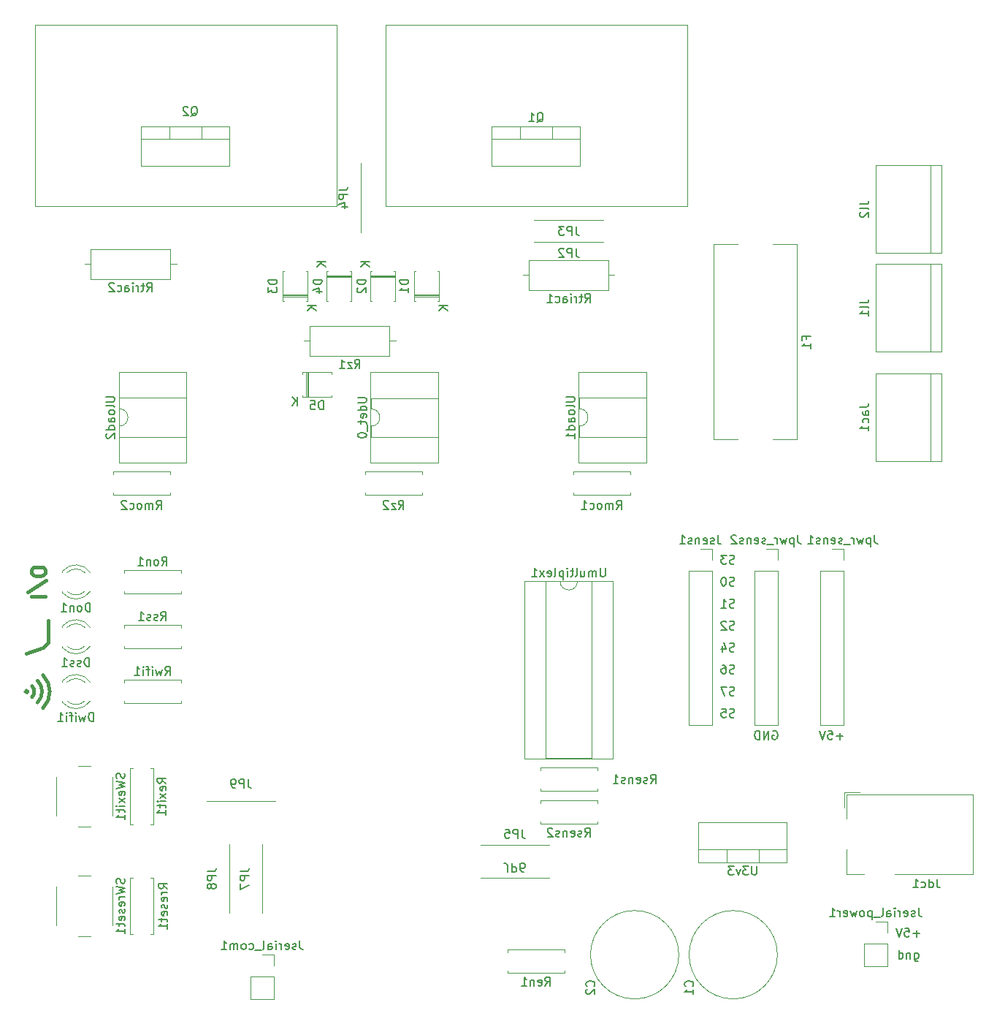
<source format=gbr>
%TF.GenerationSoftware,KiCad,Pcbnew,(6.0.5)*%
%TF.CreationDate,2022-07-02T14:22:21-03:00*%
%TF.ProjectId,oven_control,6f76656e-5f63-46f6-9e74-726f6c2e6b69,0*%
%TF.SameCoordinates,Original*%
%TF.FileFunction,Legend,Bot*%
%TF.FilePolarity,Positive*%
%FSLAX46Y46*%
G04 Gerber Fmt 4.6, Leading zero omitted, Abs format (unit mm)*
G04 Created by KiCad (PCBNEW (6.0.5)) date 2022-07-02 14:22:21*
%MOMM*%
%LPD*%
G01*
G04 APERTURE LIST*
%ADD10C,0.400000*%
%ADD11C,0.150000*%
%ADD12C,0.120000*%
G04 APERTURE END LIST*
D10*
X97789999Y-111124999D02*
G75*
G03*
X97789999Y-107315001I-1904999J1904999D01*
G01*
X96014515Y-109220000D02*
G75*
G03*
X96014515Y-109220000I-129515J0D01*
G01*
X96520000Y-109855000D02*
G75*
G03*
X96520000Y-108585000I-635000J635000D01*
G01*
X98425000Y-103505000D02*
X97790000Y-104140000D01*
X98425000Y-100965000D02*
X98425000Y-103505000D01*
X97790000Y-104140000D02*
X95885000Y-104775000D01*
X97155000Y-110490000D02*
G75*
G03*
X97155000Y-107950000I-1270000J1270000D01*
G01*
X96431190Y-98196190D02*
X98031190Y-98196190D01*
X98107380Y-96291428D02*
X96050238Y-97662857D01*
X98031190Y-95453333D02*
X98031190Y-95148571D01*
X97955000Y-94996190D01*
X97802619Y-94843809D01*
X97497857Y-94767619D01*
X96964523Y-94767619D01*
X96659761Y-94843809D01*
X96507380Y-94996190D01*
X96431190Y-95148571D01*
X96431190Y-95453333D01*
X96507380Y-95605714D01*
X96659761Y-95758095D01*
X96964523Y-95834285D01*
X97497857Y-95834285D01*
X97802619Y-95758095D01*
X97955000Y-95605714D01*
X98031190Y-95453333D01*
D11*
X177926904Y-94384761D02*
X177784047Y-94432380D01*
X177545952Y-94432380D01*
X177450714Y-94384761D01*
X177403095Y-94337142D01*
X177355476Y-94241904D01*
X177355476Y-94146666D01*
X177403095Y-94051428D01*
X177450714Y-94003809D01*
X177545952Y-93956190D01*
X177736428Y-93908571D01*
X177831666Y-93860952D01*
X177879285Y-93813333D01*
X177926904Y-93718095D01*
X177926904Y-93622857D01*
X177879285Y-93527619D01*
X177831666Y-93480000D01*
X177736428Y-93432380D01*
X177498333Y-93432380D01*
X177355476Y-93480000D01*
X177022142Y-93432380D02*
X176403095Y-93432380D01*
X176736428Y-93813333D01*
X176593571Y-93813333D01*
X176498333Y-93860952D01*
X176450714Y-93908571D01*
X176403095Y-94003809D01*
X176403095Y-94241904D01*
X176450714Y-94337142D01*
X176498333Y-94384761D01*
X176593571Y-94432380D01*
X176879285Y-94432380D01*
X176974523Y-94384761D01*
X177022142Y-94337142D01*
X177926904Y-102004761D02*
X177784047Y-102052380D01*
X177545952Y-102052380D01*
X177450714Y-102004761D01*
X177403095Y-101957142D01*
X177355476Y-101861904D01*
X177355476Y-101766666D01*
X177403095Y-101671428D01*
X177450714Y-101623809D01*
X177545952Y-101576190D01*
X177736428Y-101528571D01*
X177831666Y-101480952D01*
X177879285Y-101433333D01*
X177926904Y-101338095D01*
X177926904Y-101242857D01*
X177879285Y-101147619D01*
X177831666Y-101100000D01*
X177736428Y-101052380D01*
X177498333Y-101052380D01*
X177355476Y-101100000D01*
X176974523Y-101147619D02*
X176926904Y-101100000D01*
X176831666Y-101052380D01*
X176593571Y-101052380D01*
X176498333Y-101100000D01*
X176450714Y-101147619D01*
X176403095Y-101242857D01*
X176403095Y-101338095D01*
X176450714Y-101480952D01*
X177022142Y-102052380D01*
X176403095Y-102052380D01*
X199405714Y-137231428D02*
X198643809Y-137231428D01*
X199024761Y-137612380D02*
X199024761Y-136850476D01*
X197691428Y-136612380D02*
X198167619Y-136612380D01*
X198215238Y-137088571D01*
X198167619Y-137040952D01*
X198072380Y-136993333D01*
X197834285Y-136993333D01*
X197739047Y-137040952D01*
X197691428Y-137088571D01*
X197643809Y-137183809D01*
X197643809Y-137421904D01*
X197691428Y-137517142D01*
X197739047Y-137564761D01*
X197834285Y-137612380D01*
X198072380Y-137612380D01*
X198167619Y-137564761D01*
X198215238Y-137517142D01*
X197358095Y-136612380D02*
X197024761Y-137612380D01*
X196691428Y-136612380D01*
X190515714Y-114371428D02*
X189753809Y-114371428D01*
X190134761Y-114752380D02*
X190134761Y-113990476D01*
X188801428Y-113752380D02*
X189277619Y-113752380D01*
X189325238Y-114228571D01*
X189277619Y-114180952D01*
X189182380Y-114133333D01*
X188944285Y-114133333D01*
X188849047Y-114180952D01*
X188801428Y-114228571D01*
X188753809Y-114323809D01*
X188753809Y-114561904D01*
X188801428Y-114657142D01*
X188849047Y-114704761D01*
X188944285Y-114752380D01*
X189182380Y-114752380D01*
X189277619Y-114704761D01*
X189325238Y-114657142D01*
X188468095Y-113752380D02*
X188134761Y-114752380D01*
X187801428Y-113752380D01*
X182371904Y-113800000D02*
X182467142Y-113752380D01*
X182610000Y-113752380D01*
X182752857Y-113800000D01*
X182848095Y-113895238D01*
X182895714Y-113990476D01*
X182943333Y-114180952D01*
X182943333Y-114323809D01*
X182895714Y-114514285D01*
X182848095Y-114609523D01*
X182752857Y-114704761D01*
X182610000Y-114752380D01*
X182514761Y-114752380D01*
X182371904Y-114704761D01*
X182324285Y-114657142D01*
X182324285Y-114323809D01*
X182514761Y-114323809D01*
X181895714Y-114752380D02*
X181895714Y-113752380D01*
X181324285Y-114752380D01*
X181324285Y-113752380D01*
X180848095Y-114752380D02*
X180848095Y-113752380D01*
X180610000Y-113752380D01*
X180467142Y-113800000D01*
X180371904Y-113895238D01*
X180324285Y-113990476D01*
X180276666Y-114180952D01*
X180276666Y-114323809D01*
X180324285Y-114514285D01*
X180371904Y-114609523D01*
X180467142Y-114704761D01*
X180610000Y-114752380D01*
X180848095Y-114752380D01*
X177926904Y-109624761D02*
X177784047Y-109672380D01*
X177545952Y-109672380D01*
X177450714Y-109624761D01*
X177403095Y-109577142D01*
X177355476Y-109481904D01*
X177355476Y-109386666D01*
X177403095Y-109291428D01*
X177450714Y-109243809D01*
X177545952Y-109196190D01*
X177736428Y-109148571D01*
X177831666Y-109100952D01*
X177879285Y-109053333D01*
X177926904Y-108958095D01*
X177926904Y-108862857D01*
X177879285Y-108767619D01*
X177831666Y-108720000D01*
X177736428Y-108672380D01*
X177498333Y-108672380D01*
X177355476Y-108720000D01*
X177022142Y-108672380D02*
X176355476Y-108672380D01*
X176784047Y-109672380D01*
X177926904Y-96924761D02*
X177784047Y-96972380D01*
X177545952Y-96972380D01*
X177450714Y-96924761D01*
X177403095Y-96877142D01*
X177355476Y-96781904D01*
X177355476Y-96686666D01*
X177403095Y-96591428D01*
X177450714Y-96543809D01*
X177545952Y-96496190D01*
X177736428Y-96448571D01*
X177831666Y-96400952D01*
X177879285Y-96353333D01*
X177926904Y-96258095D01*
X177926904Y-96162857D01*
X177879285Y-96067619D01*
X177831666Y-96020000D01*
X177736428Y-95972380D01*
X177498333Y-95972380D01*
X177355476Y-96020000D01*
X176736428Y-95972380D02*
X176641190Y-95972380D01*
X176545952Y-96020000D01*
X176498333Y-96067619D01*
X176450714Y-96162857D01*
X176403095Y-96353333D01*
X176403095Y-96591428D01*
X176450714Y-96781904D01*
X176498333Y-96877142D01*
X176545952Y-96924761D01*
X176641190Y-96972380D01*
X176736428Y-96972380D01*
X176831666Y-96924761D01*
X176879285Y-96877142D01*
X176926904Y-96781904D01*
X176974523Y-96591428D01*
X176974523Y-96353333D01*
X176926904Y-96162857D01*
X176879285Y-96067619D01*
X176831666Y-96020000D01*
X176736428Y-95972380D01*
X198810476Y-139485714D02*
X198810476Y-140295238D01*
X198858095Y-140390476D01*
X198905714Y-140438095D01*
X199000952Y-140485714D01*
X199143809Y-140485714D01*
X199239047Y-140438095D01*
X198810476Y-140104761D02*
X198905714Y-140152380D01*
X199096190Y-140152380D01*
X199191428Y-140104761D01*
X199239047Y-140057142D01*
X199286666Y-139961904D01*
X199286666Y-139676190D01*
X199239047Y-139580952D01*
X199191428Y-139533333D01*
X199096190Y-139485714D01*
X198905714Y-139485714D01*
X198810476Y-139533333D01*
X198334285Y-139485714D02*
X198334285Y-140152380D01*
X198334285Y-139580952D02*
X198286666Y-139533333D01*
X198191428Y-139485714D01*
X198048571Y-139485714D01*
X197953333Y-139533333D01*
X197905714Y-139628571D01*
X197905714Y-140152380D01*
X197000952Y-140152380D02*
X197000952Y-139152380D01*
X197000952Y-140104761D02*
X197096190Y-140152380D01*
X197286666Y-140152380D01*
X197381904Y-140104761D01*
X197429523Y-140057142D01*
X197477142Y-139961904D01*
X197477142Y-139676190D01*
X197429523Y-139580952D01*
X197381904Y-139533333D01*
X197286666Y-139485714D01*
X197096190Y-139485714D01*
X197000952Y-139533333D01*
X177926904Y-99464761D02*
X177784047Y-99512380D01*
X177545952Y-99512380D01*
X177450714Y-99464761D01*
X177403095Y-99417142D01*
X177355476Y-99321904D01*
X177355476Y-99226666D01*
X177403095Y-99131428D01*
X177450714Y-99083809D01*
X177545952Y-99036190D01*
X177736428Y-98988571D01*
X177831666Y-98940952D01*
X177879285Y-98893333D01*
X177926904Y-98798095D01*
X177926904Y-98702857D01*
X177879285Y-98607619D01*
X177831666Y-98560000D01*
X177736428Y-98512380D01*
X177498333Y-98512380D01*
X177355476Y-98560000D01*
X176403095Y-99512380D02*
X176974523Y-99512380D01*
X176688809Y-99512380D02*
X176688809Y-98512380D01*
X176784047Y-98655238D01*
X176879285Y-98750476D01*
X176974523Y-98798095D01*
X177926904Y-104544761D02*
X177784047Y-104592380D01*
X177545952Y-104592380D01*
X177450714Y-104544761D01*
X177403095Y-104497142D01*
X177355476Y-104401904D01*
X177355476Y-104306666D01*
X177403095Y-104211428D01*
X177450714Y-104163809D01*
X177545952Y-104116190D01*
X177736428Y-104068571D01*
X177831666Y-104020952D01*
X177879285Y-103973333D01*
X177926904Y-103878095D01*
X177926904Y-103782857D01*
X177879285Y-103687619D01*
X177831666Y-103640000D01*
X177736428Y-103592380D01*
X177498333Y-103592380D01*
X177355476Y-103640000D01*
X176498333Y-103925714D02*
X176498333Y-104592380D01*
X176736428Y-103544761D02*
X176974523Y-104259047D01*
X176355476Y-104259047D01*
X177926904Y-112164761D02*
X177784047Y-112212380D01*
X177545952Y-112212380D01*
X177450714Y-112164761D01*
X177403095Y-112117142D01*
X177355476Y-112021904D01*
X177355476Y-111926666D01*
X177403095Y-111831428D01*
X177450714Y-111783809D01*
X177545952Y-111736190D01*
X177736428Y-111688571D01*
X177831666Y-111640952D01*
X177879285Y-111593333D01*
X177926904Y-111498095D01*
X177926904Y-111402857D01*
X177879285Y-111307619D01*
X177831666Y-111260000D01*
X177736428Y-111212380D01*
X177498333Y-111212380D01*
X177355476Y-111260000D01*
X176450714Y-111212380D02*
X176926904Y-111212380D01*
X176974523Y-111688571D01*
X176926904Y-111640952D01*
X176831666Y-111593333D01*
X176593571Y-111593333D01*
X176498333Y-111640952D01*
X176450714Y-111688571D01*
X176403095Y-111783809D01*
X176403095Y-112021904D01*
X176450714Y-112117142D01*
X176498333Y-112164761D01*
X176593571Y-112212380D01*
X176831666Y-112212380D01*
X176926904Y-112164761D01*
X176974523Y-112117142D01*
X177926904Y-107084761D02*
X177784047Y-107132380D01*
X177545952Y-107132380D01*
X177450714Y-107084761D01*
X177403095Y-107037142D01*
X177355476Y-106941904D01*
X177355476Y-106846666D01*
X177403095Y-106751428D01*
X177450714Y-106703809D01*
X177545952Y-106656190D01*
X177736428Y-106608571D01*
X177831666Y-106560952D01*
X177879285Y-106513333D01*
X177926904Y-106418095D01*
X177926904Y-106322857D01*
X177879285Y-106227619D01*
X177831666Y-106180000D01*
X177736428Y-106132380D01*
X177498333Y-106132380D01*
X177355476Y-106180000D01*
X176498333Y-106132380D02*
X176688809Y-106132380D01*
X176784047Y-106180000D01*
X176831666Y-106227619D01*
X176926904Y-106370476D01*
X176974523Y-106560952D01*
X176974523Y-106941904D01*
X176926904Y-107037142D01*
X176879285Y-107084761D01*
X176784047Y-107132380D01*
X176593571Y-107132380D01*
X176498333Y-107084761D01*
X176450714Y-107037142D01*
X176403095Y-106941904D01*
X176403095Y-106703809D01*
X176450714Y-106608571D01*
X176498333Y-106560952D01*
X176593571Y-106513333D01*
X176784047Y-106513333D01*
X176879285Y-106560952D01*
X176926904Y-106608571D01*
X176974523Y-106703809D01*
%TO.C,Rreset1*%
X112212380Y-132036190D02*
X111736190Y-131702857D01*
X112212380Y-131464761D02*
X111212380Y-131464761D01*
X111212380Y-131845714D01*
X111260000Y-131940952D01*
X111307619Y-131988571D01*
X111402857Y-132036190D01*
X111545714Y-132036190D01*
X111640952Y-131988571D01*
X111688571Y-131940952D01*
X111736190Y-131845714D01*
X111736190Y-131464761D01*
X112212380Y-132464761D02*
X111545714Y-132464761D01*
X111736190Y-132464761D02*
X111640952Y-132512380D01*
X111593333Y-132560000D01*
X111545714Y-132655238D01*
X111545714Y-132750476D01*
X112164761Y-133464761D02*
X112212380Y-133369523D01*
X112212380Y-133179047D01*
X112164761Y-133083809D01*
X112069523Y-133036190D01*
X111688571Y-133036190D01*
X111593333Y-133083809D01*
X111545714Y-133179047D01*
X111545714Y-133369523D01*
X111593333Y-133464761D01*
X111688571Y-133512380D01*
X111783809Y-133512380D01*
X111879047Y-133036190D01*
X112164761Y-133893333D02*
X112212380Y-133988571D01*
X112212380Y-134179047D01*
X112164761Y-134274285D01*
X112069523Y-134321904D01*
X112021904Y-134321904D01*
X111926666Y-134274285D01*
X111879047Y-134179047D01*
X111879047Y-134036190D01*
X111831428Y-133940952D01*
X111736190Y-133893333D01*
X111688571Y-133893333D01*
X111593333Y-133940952D01*
X111545714Y-134036190D01*
X111545714Y-134179047D01*
X111593333Y-134274285D01*
X112164761Y-135131428D02*
X112212380Y-135036190D01*
X112212380Y-134845714D01*
X112164761Y-134750476D01*
X112069523Y-134702857D01*
X111688571Y-134702857D01*
X111593333Y-134750476D01*
X111545714Y-134845714D01*
X111545714Y-135036190D01*
X111593333Y-135131428D01*
X111688571Y-135179047D01*
X111783809Y-135179047D01*
X111879047Y-134702857D01*
X111545714Y-135464761D02*
X111545714Y-135845714D01*
X111212380Y-135607619D02*
X112069523Y-135607619D01*
X112164761Y-135655238D01*
X112212380Y-135750476D01*
X112212380Y-135845714D01*
X112212380Y-136702857D02*
X112212380Y-136131428D01*
X112212380Y-136417142D02*
X111212380Y-136417142D01*
X111355238Y-136321904D01*
X111450476Y-136226666D01*
X111498095Y-136131428D01*
%TO.C,Don1*%
X103242857Y-99932380D02*
X103242857Y-98932380D01*
X103004761Y-98932380D01*
X102861904Y-98980000D01*
X102766666Y-99075238D01*
X102719047Y-99170476D01*
X102671428Y-99360952D01*
X102671428Y-99503809D01*
X102719047Y-99694285D01*
X102766666Y-99789523D01*
X102861904Y-99884761D01*
X103004761Y-99932380D01*
X103242857Y-99932380D01*
X102100000Y-99932380D02*
X102195238Y-99884761D01*
X102242857Y-99837142D01*
X102290476Y-99741904D01*
X102290476Y-99456190D01*
X102242857Y-99360952D01*
X102195238Y-99313333D01*
X102100000Y-99265714D01*
X101957142Y-99265714D01*
X101861904Y-99313333D01*
X101814285Y-99360952D01*
X101766666Y-99456190D01*
X101766666Y-99741904D01*
X101814285Y-99837142D01*
X101861904Y-99884761D01*
X101957142Y-99932380D01*
X102100000Y-99932380D01*
X101338095Y-99265714D02*
X101338095Y-99932380D01*
X101338095Y-99360952D02*
X101290476Y-99313333D01*
X101195238Y-99265714D01*
X101052380Y-99265714D01*
X100957142Y-99313333D01*
X100909523Y-99408571D01*
X100909523Y-99932380D01*
X99909523Y-99932380D02*
X100480952Y-99932380D01*
X100195238Y-99932380D02*
X100195238Y-98932380D01*
X100290476Y-99075238D01*
X100385714Y-99170476D01*
X100480952Y-99218095D01*
%TO.C,SWexit1*%
X107234761Y-118669523D02*
X107282380Y-118812380D01*
X107282380Y-119050476D01*
X107234761Y-119145714D01*
X107187142Y-119193333D01*
X107091904Y-119240952D01*
X106996666Y-119240952D01*
X106901428Y-119193333D01*
X106853809Y-119145714D01*
X106806190Y-119050476D01*
X106758571Y-118860000D01*
X106710952Y-118764761D01*
X106663333Y-118717142D01*
X106568095Y-118669523D01*
X106472857Y-118669523D01*
X106377619Y-118717142D01*
X106330000Y-118764761D01*
X106282380Y-118860000D01*
X106282380Y-119098095D01*
X106330000Y-119240952D01*
X106282380Y-119574285D02*
X107282380Y-119812380D01*
X106568095Y-120002857D01*
X107282380Y-120193333D01*
X106282380Y-120431428D01*
X107234761Y-121193333D02*
X107282380Y-121098095D01*
X107282380Y-120907619D01*
X107234761Y-120812380D01*
X107139523Y-120764761D01*
X106758571Y-120764761D01*
X106663333Y-120812380D01*
X106615714Y-120907619D01*
X106615714Y-121098095D01*
X106663333Y-121193333D01*
X106758571Y-121240952D01*
X106853809Y-121240952D01*
X106949047Y-120764761D01*
X107282380Y-121574285D02*
X106615714Y-122098095D01*
X106615714Y-121574285D02*
X107282380Y-122098095D01*
X107282380Y-122479047D02*
X106615714Y-122479047D01*
X106282380Y-122479047D02*
X106330000Y-122431428D01*
X106377619Y-122479047D01*
X106330000Y-122526666D01*
X106282380Y-122479047D01*
X106377619Y-122479047D01*
X106615714Y-122812380D02*
X106615714Y-123193333D01*
X106282380Y-122955238D02*
X107139523Y-122955238D01*
X107234761Y-123002857D01*
X107282380Y-123098095D01*
X107282380Y-123193333D01*
X107282380Y-124050476D02*
X107282380Y-123479047D01*
X107282380Y-123764761D02*
X106282380Y-123764761D01*
X106425238Y-123669523D01*
X106520476Y-123574285D01*
X106568095Y-123479047D01*
%TO.C,JP6*%
X151646666Y-130087619D02*
X151646666Y-129373333D01*
X151599047Y-129230476D01*
X151503809Y-129135238D01*
X151360952Y-129087619D01*
X151265714Y-129087619D01*
X152122857Y-129087619D02*
X152122857Y-130087619D01*
X152503809Y-130087619D01*
X152599047Y-130040000D01*
X152646666Y-129992380D01*
X152694285Y-129897142D01*
X152694285Y-129754285D01*
X152646666Y-129659047D01*
X152599047Y-129611428D01*
X152503809Y-129563809D01*
X152122857Y-129563809D01*
X153551428Y-130087619D02*
X153360952Y-130087619D01*
X153265714Y-130040000D01*
X153218095Y-129992380D01*
X153122857Y-129849523D01*
X153075238Y-129659047D01*
X153075238Y-129278095D01*
X153122857Y-129182857D01*
X153170476Y-129135238D01*
X153265714Y-129087619D01*
X153456190Y-129087619D01*
X153551428Y-129135238D01*
X153599047Y-129182857D01*
X153646666Y-129278095D01*
X153646666Y-129516190D01*
X153599047Y-129611428D01*
X153551428Y-129659047D01*
X153456190Y-129706666D01*
X153265714Y-129706666D01*
X153170476Y-129659047D01*
X153122857Y-129611428D01*
X153075238Y-129516190D01*
%TO.C,D2*%
X135192380Y-61491904D02*
X134192380Y-61491904D01*
X134192380Y-61730000D01*
X134240000Y-61872857D01*
X134335238Y-61968095D01*
X134430476Y-62015714D01*
X134620952Y-62063333D01*
X134763809Y-62063333D01*
X134954285Y-62015714D01*
X135049523Y-61968095D01*
X135144761Y-61872857D01*
X135192380Y-61730000D01*
X135192380Y-61491904D01*
X134287619Y-62444285D02*
X134240000Y-62491904D01*
X134192380Y-62587142D01*
X134192380Y-62825238D01*
X134240000Y-62920476D01*
X134287619Y-62968095D01*
X134382857Y-63015714D01*
X134478095Y-63015714D01*
X134620952Y-62968095D01*
X135192380Y-62396666D01*
X135192380Y-63015714D01*
X135612380Y-59428095D02*
X134612380Y-59428095D01*
X135612380Y-59999523D02*
X135040952Y-59570952D01*
X134612380Y-59999523D02*
X135183809Y-59428095D01*
%TO.C,JP3*%
X159568333Y-55332380D02*
X159568333Y-56046666D01*
X159615952Y-56189523D01*
X159711190Y-56284761D01*
X159854047Y-56332380D01*
X159949285Y-56332380D01*
X159092142Y-56332380D02*
X159092142Y-55332380D01*
X158711190Y-55332380D01*
X158615952Y-55380000D01*
X158568333Y-55427619D01*
X158520714Y-55522857D01*
X158520714Y-55665714D01*
X158568333Y-55760952D01*
X158615952Y-55808571D01*
X158711190Y-55856190D01*
X159092142Y-55856190D01*
X158187380Y-55332380D02*
X157568333Y-55332380D01*
X157901666Y-55713333D01*
X157758809Y-55713333D01*
X157663571Y-55760952D01*
X157615952Y-55808571D01*
X157568333Y-55903809D01*
X157568333Y-56141904D01*
X157615952Y-56237142D01*
X157663571Y-56284761D01*
X157758809Y-56332380D01*
X158044523Y-56332380D01*
X158139761Y-56284761D01*
X158187380Y-56237142D01*
%TO.C,Jserial_power1*%
X199286190Y-134282380D02*
X199286190Y-134996666D01*
X199333809Y-135139523D01*
X199429047Y-135234761D01*
X199571904Y-135282380D01*
X199667142Y-135282380D01*
X198857619Y-135234761D02*
X198762380Y-135282380D01*
X198571904Y-135282380D01*
X198476666Y-135234761D01*
X198429047Y-135139523D01*
X198429047Y-135091904D01*
X198476666Y-134996666D01*
X198571904Y-134949047D01*
X198714761Y-134949047D01*
X198810000Y-134901428D01*
X198857619Y-134806190D01*
X198857619Y-134758571D01*
X198810000Y-134663333D01*
X198714761Y-134615714D01*
X198571904Y-134615714D01*
X198476666Y-134663333D01*
X197619523Y-135234761D02*
X197714761Y-135282380D01*
X197905238Y-135282380D01*
X198000476Y-135234761D01*
X198048095Y-135139523D01*
X198048095Y-134758571D01*
X198000476Y-134663333D01*
X197905238Y-134615714D01*
X197714761Y-134615714D01*
X197619523Y-134663333D01*
X197571904Y-134758571D01*
X197571904Y-134853809D01*
X198048095Y-134949047D01*
X197143333Y-135282380D02*
X197143333Y-134615714D01*
X197143333Y-134806190D02*
X197095714Y-134710952D01*
X197048095Y-134663333D01*
X196952857Y-134615714D01*
X196857619Y-134615714D01*
X196524285Y-135282380D02*
X196524285Y-134615714D01*
X196524285Y-134282380D02*
X196571904Y-134330000D01*
X196524285Y-134377619D01*
X196476666Y-134330000D01*
X196524285Y-134282380D01*
X196524285Y-134377619D01*
X195619523Y-135282380D02*
X195619523Y-134758571D01*
X195667142Y-134663333D01*
X195762380Y-134615714D01*
X195952857Y-134615714D01*
X196048095Y-134663333D01*
X195619523Y-135234761D02*
X195714761Y-135282380D01*
X195952857Y-135282380D01*
X196048095Y-135234761D01*
X196095714Y-135139523D01*
X196095714Y-135044285D01*
X196048095Y-134949047D01*
X195952857Y-134901428D01*
X195714761Y-134901428D01*
X195619523Y-134853809D01*
X195000476Y-135282380D02*
X195095714Y-135234761D01*
X195143333Y-135139523D01*
X195143333Y-134282380D01*
X194857619Y-135377619D02*
X194095714Y-135377619D01*
X193857619Y-134615714D02*
X193857619Y-135615714D01*
X193857619Y-134663333D02*
X193762380Y-134615714D01*
X193571904Y-134615714D01*
X193476666Y-134663333D01*
X193429047Y-134710952D01*
X193381428Y-134806190D01*
X193381428Y-135091904D01*
X193429047Y-135187142D01*
X193476666Y-135234761D01*
X193571904Y-135282380D01*
X193762380Y-135282380D01*
X193857619Y-135234761D01*
X192810000Y-135282380D02*
X192905238Y-135234761D01*
X192952857Y-135187142D01*
X193000476Y-135091904D01*
X193000476Y-134806190D01*
X192952857Y-134710952D01*
X192905238Y-134663333D01*
X192810000Y-134615714D01*
X192667142Y-134615714D01*
X192571904Y-134663333D01*
X192524285Y-134710952D01*
X192476666Y-134806190D01*
X192476666Y-135091904D01*
X192524285Y-135187142D01*
X192571904Y-135234761D01*
X192667142Y-135282380D01*
X192810000Y-135282380D01*
X192143333Y-134615714D02*
X191952857Y-135282380D01*
X191762380Y-134806190D01*
X191571904Y-135282380D01*
X191381428Y-134615714D01*
X190619523Y-135234761D02*
X190714761Y-135282380D01*
X190905238Y-135282380D01*
X191000476Y-135234761D01*
X191048095Y-135139523D01*
X191048095Y-134758571D01*
X191000476Y-134663333D01*
X190905238Y-134615714D01*
X190714761Y-134615714D01*
X190619523Y-134663333D01*
X190571904Y-134758571D01*
X190571904Y-134853809D01*
X191048095Y-134949047D01*
X190143333Y-135282380D02*
X190143333Y-134615714D01*
X190143333Y-134806190D02*
X190095714Y-134710952D01*
X190048095Y-134663333D01*
X189952857Y-134615714D01*
X189857619Y-134615714D01*
X189000476Y-135282380D02*
X189571904Y-135282380D01*
X189286190Y-135282380D02*
X189286190Y-134282380D01*
X189381428Y-134425238D01*
X189476666Y-134520476D01*
X189571904Y-134568095D01*
%TO.C,Rz2*%
X139001428Y-88082380D02*
X139334761Y-87606190D01*
X139572857Y-88082380D02*
X139572857Y-87082380D01*
X139191904Y-87082380D01*
X139096666Y-87130000D01*
X139049047Y-87177619D01*
X139001428Y-87272857D01*
X139001428Y-87415714D01*
X139049047Y-87510952D01*
X139096666Y-87558571D01*
X139191904Y-87606190D01*
X139572857Y-87606190D01*
X138668095Y-87415714D02*
X138144285Y-87415714D01*
X138668095Y-88082380D01*
X138144285Y-88082380D01*
X137810952Y-87177619D02*
X137763333Y-87130000D01*
X137668095Y-87082380D01*
X137430000Y-87082380D01*
X137334761Y-87130000D01*
X137287142Y-87177619D01*
X137239523Y-87272857D01*
X137239523Y-87368095D01*
X137287142Y-87510952D01*
X137858571Y-88082380D01*
X137239523Y-88082380D01*
%TO.C,Jpwr_sens2*%
X185300476Y-91102380D02*
X185300476Y-91816666D01*
X185348095Y-91959523D01*
X185443333Y-92054761D01*
X185586190Y-92102380D01*
X185681428Y-92102380D01*
X184824285Y-91435714D02*
X184824285Y-92435714D01*
X184824285Y-91483333D02*
X184729047Y-91435714D01*
X184538571Y-91435714D01*
X184443333Y-91483333D01*
X184395714Y-91530952D01*
X184348095Y-91626190D01*
X184348095Y-91911904D01*
X184395714Y-92007142D01*
X184443333Y-92054761D01*
X184538571Y-92102380D01*
X184729047Y-92102380D01*
X184824285Y-92054761D01*
X184014761Y-91435714D02*
X183824285Y-92102380D01*
X183633809Y-91626190D01*
X183443333Y-92102380D01*
X183252857Y-91435714D01*
X182871904Y-92102380D02*
X182871904Y-91435714D01*
X182871904Y-91626190D02*
X182824285Y-91530952D01*
X182776666Y-91483333D01*
X182681428Y-91435714D01*
X182586190Y-91435714D01*
X182490952Y-92197619D02*
X181729047Y-92197619D01*
X181538571Y-92054761D02*
X181443333Y-92102380D01*
X181252857Y-92102380D01*
X181157619Y-92054761D01*
X181110000Y-91959523D01*
X181110000Y-91911904D01*
X181157619Y-91816666D01*
X181252857Y-91769047D01*
X181395714Y-91769047D01*
X181490952Y-91721428D01*
X181538571Y-91626190D01*
X181538571Y-91578571D01*
X181490952Y-91483333D01*
X181395714Y-91435714D01*
X181252857Y-91435714D01*
X181157619Y-91483333D01*
X180300476Y-92054761D02*
X180395714Y-92102380D01*
X180586190Y-92102380D01*
X180681428Y-92054761D01*
X180729047Y-91959523D01*
X180729047Y-91578571D01*
X180681428Y-91483333D01*
X180586190Y-91435714D01*
X180395714Y-91435714D01*
X180300476Y-91483333D01*
X180252857Y-91578571D01*
X180252857Y-91673809D01*
X180729047Y-91769047D01*
X179824285Y-91435714D02*
X179824285Y-92102380D01*
X179824285Y-91530952D02*
X179776666Y-91483333D01*
X179681428Y-91435714D01*
X179538571Y-91435714D01*
X179443333Y-91483333D01*
X179395714Y-91578571D01*
X179395714Y-92102380D01*
X178967142Y-92054761D02*
X178871904Y-92102380D01*
X178681428Y-92102380D01*
X178586190Y-92054761D01*
X178538571Y-91959523D01*
X178538571Y-91911904D01*
X178586190Y-91816666D01*
X178681428Y-91769047D01*
X178824285Y-91769047D01*
X178919523Y-91721428D01*
X178967142Y-91626190D01*
X178967142Y-91578571D01*
X178919523Y-91483333D01*
X178824285Y-91435714D01*
X178681428Y-91435714D01*
X178586190Y-91483333D01*
X178157619Y-91197619D02*
X178110000Y-91150000D01*
X178014761Y-91102380D01*
X177776666Y-91102380D01*
X177681428Y-91150000D01*
X177633809Y-91197619D01*
X177586190Y-91292857D01*
X177586190Y-91388095D01*
X177633809Y-91530952D01*
X178205238Y-92102380D01*
X177586190Y-92102380D01*
%TO.C,U3v3*%
X180519047Y-129452380D02*
X180519047Y-130261904D01*
X180471428Y-130357142D01*
X180423809Y-130404761D01*
X180328571Y-130452380D01*
X180138095Y-130452380D01*
X180042857Y-130404761D01*
X179995238Y-130357142D01*
X179947619Y-130261904D01*
X179947619Y-129452380D01*
X179566666Y-129452380D02*
X178947619Y-129452380D01*
X179280952Y-129833333D01*
X179138095Y-129833333D01*
X179042857Y-129880952D01*
X178995238Y-129928571D01*
X178947619Y-130023809D01*
X178947619Y-130261904D01*
X178995238Y-130357142D01*
X179042857Y-130404761D01*
X179138095Y-130452380D01*
X179423809Y-130452380D01*
X179519047Y-130404761D01*
X179566666Y-130357142D01*
X178614285Y-129785714D02*
X178376190Y-130452380D01*
X178138095Y-129785714D01*
X177852380Y-129452380D02*
X177233333Y-129452380D01*
X177566666Y-129833333D01*
X177423809Y-129833333D01*
X177328571Y-129880952D01*
X177280952Y-129928571D01*
X177233333Y-130023809D01*
X177233333Y-130261904D01*
X177280952Y-130357142D01*
X177328571Y-130404761D01*
X177423809Y-130452380D01*
X177709523Y-130452380D01*
X177804761Y-130404761D01*
X177852380Y-130357142D01*
%TO.C,SWreset1*%
X107234761Y-130869523D02*
X107282380Y-131012380D01*
X107282380Y-131250476D01*
X107234761Y-131345714D01*
X107187142Y-131393333D01*
X107091904Y-131440952D01*
X106996666Y-131440952D01*
X106901428Y-131393333D01*
X106853809Y-131345714D01*
X106806190Y-131250476D01*
X106758571Y-131060000D01*
X106710952Y-130964761D01*
X106663333Y-130917142D01*
X106568095Y-130869523D01*
X106472857Y-130869523D01*
X106377619Y-130917142D01*
X106330000Y-130964761D01*
X106282380Y-131060000D01*
X106282380Y-131298095D01*
X106330000Y-131440952D01*
X106282380Y-131774285D02*
X107282380Y-132012380D01*
X106568095Y-132202857D01*
X107282380Y-132393333D01*
X106282380Y-132631428D01*
X107282380Y-133012380D02*
X106615714Y-133012380D01*
X106806190Y-133012380D02*
X106710952Y-133060000D01*
X106663333Y-133107619D01*
X106615714Y-133202857D01*
X106615714Y-133298095D01*
X107234761Y-134012380D02*
X107282380Y-133917142D01*
X107282380Y-133726666D01*
X107234761Y-133631428D01*
X107139523Y-133583809D01*
X106758571Y-133583809D01*
X106663333Y-133631428D01*
X106615714Y-133726666D01*
X106615714Y-133917142D01*
X106663333Y-134012380D01*
X106758571Y-134060000D01*
X106853809Y-134060000D01*
X106949047Y-133583809D01*
X107234761Y-134440952D02*
X107282380Y-134536190D01*
X107282380Y-134726666D01*
X107234761Y-134821904D01*
X107139523Y-134869523D01*
X107091904Y-134869523D01*
X106996666Y-134821904D01*
X106949047Y-134726666D01*
X106949047Y-134583809D01*
X106901428Y-134488571D01*
X106806190Y-134440952D01*
X106758571Y-134440952D01*
X106663333Y-134488571D01*
X106615714Y-134583809D01*
X106615714Y-134726666D01*
X106663333Y-134821904D01*
X107234761Y-135679047D02*
X107282380Y-135583809D01*
X107282380Y-135393333D01*
X107234761Y-135298095D01*
X107139523Y-135250476D01*
X106758571Y-135250476D01*
X106663333Y-135298095D01*
X106615714Y-135393333D01*
X106615714Y-135583809D01*
X106663333Y-135679047D01*
X106758571Y-135726666D01*
X106853809Y-135726666D01*
X106949047Y-135250476D01*
X106615714Y-136012380D02*
X106615714Y-136393333D01*
X106282380Y-136155238D02*
X107139523Y-136155238D01*
X107234761Y-136202857D01*
X107282380Y-136298095D01*
X107282380Y-136393333D01*
X107282380Y-137250476D02*
X107282380Y-136679047D01*
X107282380Y-136964761D02*
X106282380Y-136964761D01*
X106425238Y-136869523D01*
X106520476Y-136774285D01*
X106568095Y-136679047D01*
%TO.C,Rtriac2*%
X109830952Y-62862380D02*
X110164285Y-62386190D01*
X110402380Y-62862380D02*
X110402380Y-61862380D01*
X110021428Y-61862380D01*
X109926190Y-61910000D01*
X109878571Y-61957619D01*
X109830952Y-62052857D01*
X109830952Y-62195714D01*
X109878571Y-62290952D01*
X109926190Y-62338571D01*
X110021428Y-62386190D01*
X110402380Y-62386190D01*
X109545238Y-62195714D02*
X109164285Y-62195714D01*
X109402380Y-61862380D02*
X109402380Y-62719523D01*
X109354761Y-62814761D01*
X109259523Y-62862380D01*
X109164285Y-62862380D01*
X108830952Y-62862380D02*
X108830952Y-62195714D01*
X108830952Y-62386190D02*
X108783333Y-62290952D01*
X108735714Y-62243333D01*
X108640476Y-62195714D01*
X108545238Y-62195714D01*
X108211904Y-62862380D02*
X108211904Y-62195714D01*
X108211904Y-61862380D02*
X108259523Y-61910000D01*
X108211904Y-61957619D01*
X108164285Y-61910000D01*
X108211904Y-61862380D01*
X108211904Y-61957619D01*
X107307142Y-62862380D02*
X107307142Y-62338571D01*
X107354761Y-62243333D01*
X107450000Y-62195714D01*
X107640476Y-62195714D01*
X107735714Y-62243333D01*
X107307142Y-62814761D02*
X107402380Y-62862380D01*
X107640476Y-62862380D01*
X107735714Y-62814761D01*
X107783333Y-62719523D01*
X107783333Y-62624285D01*
X107735714Y-62529047D01*
X107640476Y-62481428D01*
X107402380Y-62481428D01*
X107307142Y-62433809D01*
X106402380Y-62814761D02*
X106497619Y-62862380D01*
X106688095Y-62862380D01*
X106783333Y-62814761D01*
X106830952Y-62767142D01*
X106878571Y-62671904D01*
X106878571Y-62386190D01*
X106830952Y-62290952D01*
X106783333Y-62243333D01*
X106688095Y-62195714D01*
X106497619Y-62195714D01*
X106402380Y-62243333D01*
X106021428Y-61957619D02*
X105973809Y-61910000D01*
X105878571Y-61862380D01*
X105640476Y-61862380D01*
X105545238Y-61910000D01*
X105497619Y-61957619D01*
X105450000Y-62052857D01*
X105450000Y-62148095D01*
X105497619Y-62290952D01*
X106069047Y-62862380D01*
X105450000Y-62862380D01*
%TO.C,Jl1*%
X192492380Y-64174761D02*
X193206666Y-64174761D01*
X193349523Y-64127142D01*
X193444761Y-64031904D01*
X193492380Y-63889047D01*
X193492380Y-63793809D01*
X193492380Y-64793809D02*
X193444761Y-64698571D01*
X193349523Y-64650952D01*
X192492380Y-64650952D01*
X193492380Y-65698571D02*
X193492380Y-65127142D01*
X193492380Y-65412857D02*
X192492380Y-65412857D01*
X192635238Y-65317619D01*
X192730476Y-65222380D01*
X192778095Y-65127142D01*
%TO.C,JP4*%
X132072380Y-51156666D02*
X132786666Y-51156666D01*
X132929523Y-51109047D01*
X133024761Y-51013809D01*
X133072380Y-50870952D01*
X133072380Y-50775714D01*
X133072380Y-51632857D02*
X132072380Y-51632857D01*
X132072380Y-52013809D01*
X132120000Y-52109047D01*
X132167619Y-52156666D01*
X132262857Y-52204285D01*
X132405714Y-52204285D01*
X132500952Y-52156666D01*
X132548571Y-52109047D01*
X132596190Y-52013809D01*
X132596190Y-51632857D01*
X132405714Y-53061428D02*
X133072380Y-53061428D01*
X132024761Y-52823333D02*
X132739047Y-52585238D01*
X132739047Y-53204285D01*
%TO.C,Jac1*%
X192492380Y-76255714D02*
X193206666Y-76255714D01*
X193349523Y-76208095D01*
X193444761Y-76112857D01*
X193492380Y-75970000D01*
X193492380Y-75874761D01*
X193492380Y-77160476D02*
X192968571Y-77160476D01*
X192873333Y-77112857D01*
X192825714Y-77017619D01*
X192825714Y-76827142D01*
X192873333Y-76731904D01*
X193444761Y-77160476D02*
X193492380Y-77065238D01*
X193492380Y-76827142D01*
X193444761Y-76731904D01*
X193349523Y-76684285D01*
X193254285Y-76684285D01*
X193159047Y-76731904D01*
X193111428Y-76827142D01*
X193111428Y-77065238D01*
X193063809Y-77160476D01*
X193444761Y-78065238D02*
X193492380Y-77970000D01*
X193492380Y-77779523D01*
X193444761Y-77684285D01*
X193397142Y-77636666D01*
X193301904Y-77589047D01*
X193016190Y-77589047D01*
X192920952Y-77636666D01*
X192873333Y-77684285D01*
X192825714Y-77779523D01*
X192825714Y-77970000D01*
X192873333Y-78065238D01*
X193492380Y-79017619D02*
X193492380Y-78446190D01*
X193492380Y-78731904D02*
X192492380Y-78731904D01*
X192635238Y-78636666D01*
X192730476Y-78541428D01*
X192778095Y-78446190D01*
%TO.C,Ron1*%
X111561428Y-94602380D02*
X111894761Y-94126190D01*
X112132857Y-94602380D02*
X112132857Y-93602380D01*
X111751904Y-93602380D01*
X111656666Y-93650000D01*
X111609047Y-93697619D01*
X111561428Y-93792857D01*
X111561428Y-93935714D01*
X111609047Y-94030952D01*
X111656666Y-94078571D01*
X111751904Y-94126190D01*
X112132857Y-94126190D01*
X110990000Y-94602380D02*
X111085238Y-94554761D01*
X111132857Y-94507142D01*
X111180476Y-94411904D01*
X111180476Y-94126190D01*
X111132857Y-94030952D01*
X111085238Y-93983333D01*
X110990000Y-93935714D01*
X110847142Y-93935714D01*
X110751904Y-93983333D01*
X110704285Y-94030952D01*
X110656666Y-94126190D01*
X110656666Y-94411904D01*
X110704285Y-94507142D01*
X110751904Y-94554761D01*
X110847142Y-94602380D01*
X110990000Y-94602380D01*
X110228095Y-93935714D02*
X110228095Y-94602380D01*
X110228095Y-94030952D02*
X110180476Y-93983333D01*
X110085238Y-93935714D01*
X109942380Y-93935714D01*
X109847142Y-93983333D01*
X109799523Y-94078571D01*
X109799523Y-94602380D01*
X108799523Y-94602380D02*
X109370952Y-94602380D01*
X109085238Y-94602380D02*
X109085238Y-93602380D01*
X109180476Y-93745238D01*
X109275714Y-93840476D01*
X109370952Y-93888095D01*
%TO.C,Ren1*%
X155987619Y-143284380D02*
X156320952Y-142808190D01*
X156559047Y-143284380D02*
X156559047Y-142284380D01*
X156178095Y-142284380D01*
X156082857Y-142332000D01*
X156035238Y-142379619D01*
X155987619Y-142474857D01*
X155987619Y-142617714D01*
X156035238Y-142712952D01*
X156082857Y-142760571D01*
X156178095Y-142808190D01*
X156559047Y-142808190D01*
X155178095Y-143236761D02*
X155273333Y-143284380D01*
X155463809Y-143284380D01*
X155559047Y-143236761D01*
X155606666Y-143141523D01*
X155606666Y-142760571D01*
X155559047Y-142665333D01*
X155463809Y-142617714D01*
X155273333Y-142617714D01*
X155178095Y-142665333D01*
X155130476Y-142760571D01*
X155130476Y-142855809D01*
X155606666Y-142951047D01*
X154701904Y-142617714D02*
X154701904Y-143284380D01*
X154701904Y-142712952D02*
X154654285Y-142665333D01*
X154559047Y-142617714D01*
X154416190Y-142617714D01*
X154320952Y-142665333D01*
X154273333Y-142760571D01*
X154273333Y-143284380D01*
X153273333Y-143284380D02*
X153844761Y-143284380D01*
X153559047Y-143284380D02*
X153559047Y-142284380D01*
X153654285Y-142427238D01*
X153749523Y-142522476D01*
X153844761Y-142570095D01*
%TO.C,JP2*%
X159568333Y-57872380D02*
X159568333Y-58586666D01*
X159615952Y-58729523D01*
X159711190Y-58824761D01*
X159854047Y-58872380D01*
X159949285Y-58872380D01*
X159092142Y-58872380D02*
X159092142Y-57872380D01*
X158711190Y-57872380D01*
X158615952Y-57920000D01*
X158568333Y-57967619D01*
X158520714Y-58062857D01*
X158520714Y-58205714D01*
X158568333Y-58300952D01*
X158615952Y-58348571D01*
X158711190Y-58396190D01*
X159092142Y-58396190D01*
X158139761Y-57967619D02*
X158092142Y-57920000D01*
X157996904Y-57872380D01*
X157758809Y-57872380D01*
X157663571Y-57920000D01*
X157615952Y-57967619D01*
X157568333Y-58062857D01*
X157568333Y-58158095D01*
X157615952Y-58300952D01*
X158187380Y-58872380D01*
X157568333Y-58872380D01*
%TO.C,Uload1*%
X158412380Y-75074047D02*
X159221904Y-75074047D01*
X159317142Y-75121666D01*
X159364761Y-75169285D01*
X159412380Y-75264523D01*
X159412380Y-75455000D01*
X159364761Y-75550238D01*
X159317142Y-75597857D01*
X159221904Y-75645476D01*
X158412380Y-75645476D01*
X159412380Y-76264523D02*
X159364761Y-76169285D01*
X159269523Y-76121666D01*
X158412380Y-76121666D01*
X159412380Y-76788333D02*
X159364761Y-76693095D01*
X159317142Y-76645476D01*
X159221904Y-76597857D01*
X158936190Y-76597857D01*
X158840952Y-76645476D01*
X158793333Y-76693095D01*
X158745714Y-76788333D01*
X158745714Y-76931190D01*
X158793333Y-77026428D01*
X158840952Y-77074047D01*
X158936190Y-77121666D01*
X159221904Y-77121666D01*
X159317142Y-77074047D01*
X159364761Y-77026428D01*
X159412380Y-76931190D01*
X159412380Y-76788333D01*
X159412380Y-77978809D02*
X158888571Y-77978809D01*
X158793333Y-77931190D01*
X158745714Y-77835952D01*
X158745714Y-77645476D01*
X158793333Y-77550238D01*
X159364761Y-77978809D02*
X159412380Y-77883571D01*
X159412380Y-77645476D01*
X159364761Y-77550238D01*
X159269523Y-77502619D01*
X159174285Y-77502619D01*
X159079047Y-77550238D01*
X159031428Y-77645476D01*
X159031428Y-77883571D01*
X158983809Y-77978809D01*
X159412380Y-78883571D02*
X158412380Y-78883571D01*
X159364761Y-78883571D02*
X159412380Y-78788333D01*
X159412380Y-78597857D01*
X159364761Y-78502619D01*
X159317142Y-78455000D01*
X159221904Y-78407380D01*
X158936190Y-78407380D01*
X158840952Y-78455000D01*
X158793333Y-78502619D01*
X158745714Y-78597857D01*
X158745714Y-78788333D01*
X158793333Y-78883571D01*
X159412380Y-79883571D02*
X159412380Y-79312142D01*
X159412380Y-79597857D02*
X158412380Y-79597857D01*
X158555238Y-79502619D01*
X158650476Y-79407380D01*
X158698095Y-79312142D01*
%TO.C,D4*%
X130112380Y-61491904D02*
X129112380Y-61491904D01*
X129112380Y-61730000D01*
X129160000Y-61872857D01*
X129255238Y-61968095D01*
X129350476Y-62015714D01*
X129540952Y-62063333D01*
X129683809Y-62063333D01*
X129874285Y-62015714D01*
X129969523Y-61968095D01*
X130064761Y-61872857D01*
X130112380Y-61730000D01*
X130112380Y-61491904D01*
X129445714Y-62920476D02*
X130112380Y-62920476D01*
X129064761Y-62682380D02*
X129779047Y-62444285D01*
X129779047Y-63063333D01*
X130532380Y-59428095D02*
X129532380Y-59428095D01*
X130532380Y-59999523D02*
X129960952Y-59570952D01*
X129532380Y-59999523D02*
X130103809Y-59428095D01*
%TO.C,JP7*%
X120642380Y-130056666D02*
X121356666Y-130056666D01*
X121499523Y-130009047D01*
X121594761Y-129913809D01*
X121642380Y-129770952D01*
X121642380Y-129675714D01*
X121642380Y-130532857D02*
X120642380Y-130532857D01*
X120642380Y-130913809D01*
X120690000Y-131009047D01*
X120737619Y-131056666D01*
X120832857Y-131104285D01*
X120975714Y-131104285D01*
X121070952Y-131056666D01*
X121118571Y-131009047D01*
X121166190Y-130913809D01*
X121166190Y-130532857D01*
X120642380Y-131437619D02*
X120642380Y-132104285D01*
X121642380Y-131675714D01*
%TO.C,Rmoc1*%
X164274285Y-88082380D02*
X164607619Y-87606190D01*
X164845714Y-88082380D02*
X164845714Y-87082380D01*
X164464761Y-87082380D01*
X164369523Y-87130000D01*
X164321904Y-87177619D01*
X164274285Y-87272857D01*
X164274285Y-87415714D01*
X164321904Y-87510952D01*
X164369523Y-87558571D01*
X164464761Y-87606190D01*
X164845714Y-87606190D01*
X163845714Y-88082380D02*
X163845714Y-87415714D01*
X163845714Y-87510952D02*
X163798095Y-87463333D01*
X163702857Y-87415714D01*
X163560000Y-87415714D01*
X163464761Y-87463333D01*
X163417142Y-87558571D01*
X163417142Y-88082380D01*
X163417142Y-87558571D02*
X163369523Y-87463333D01*
X163274285Y-87415714D01*
X163131428Y-87415714D01*
X163036190Y-87463333D01*
X162988571Y-87558571D01*
X162988571Y-88082380D01*
X162369523Y-88082380D02*
X162464761Y-88034761D01*
X162512380Y-87987142D01*
X162560000Y-87891904D01*
X162560000Y-87606190D01*
X162512380Y-87510952D01*
X162464761Y-87463333D01*
X162369523Y-87415714D01*
X162226666Y-87415714D01*
X162131428Y-87463333D01*
X162083809Y-87510952D01*
X162036190Y-87606190D01*
X162036190Y-87891904D01*
X162083809Y-87987142D01*
X162131428Y-88034761D01*
X162226666Y-88082380D01*
X162369523Y-88082380D01*
X161179047Y-88034761D02*
X161274285Y-88082380D01*
X161464761Y-88082380D01*
X161560000Y-88034761D01*
X161607619Y-87987142D01*
X161655238Y-87891904D01*
X161655238Y-87606190D01*
X161607619Y-87510952D01*
X161560000Y-87463333D01*
X161464761Y-87415714D01*
X161274285Y-87415714D01*
X161179047Y-87463333D01*
X160226666Y-88082380D02*
X160798095Y-88082380D01*
X160512380Y-88082380D02*
X160512380Y-87082380D01*
X160607619Y-87225238D01*
X160702857Y-87320476D01*
X160798095Y-87368095D01*
%TO.C,Rtriac1*%
X160615952Y-64132380D02*
X160949285Y-63656190D01*
X161187380Y-64132380D02*
X161187380Y-63132380D01*
X160806428Y-63132380D01*
X160711190Y-63180000D01*
X160663571Y-63227619D01*
X160615952Y-63322857D01*
X160615952Y-63465714D01*
X160663571Y-63560952D01*
X160711190Y-63608571D01*
X160806428Y-63656190D01*
X161187380Y-63656190D01*
X160330238Y-63465714D02*
X159949285Y-63465714D01*
X160187380Y-63132380D02*
X160187380Y-63989523D01*
X160139761Y-64084761D01*
X160044523Y-64132380D01*
X159949285Y-64132380D01*
X159615952Y-64132380D02*
X159615952Y-63465714D01*
X159615952Y-63656190D02*
X159568333Y-63560952D01*
X159520714Y-63513333D01*
X159425476Y-63465714D01*
X159330238Y-63465714D01*
X158996904Y-64132380D02*
X158996904Y-63465714D01*
X158996904Y-63132380D02*
X159044523Y-63180000D01*
X158996904Y-63227619D01*
X158949285Y-63180000D01*
X158996904Y-63132380D01*
X158996904Y-63227619D01*
X158092142Y-64132380D02*
X158092142Y-63608571D01*
X158139761Y-63513333D01*
X158235000Y-63465714D01*
X158425476Y-63465714D01*
X158520714Y-63513333D01*
X158092142Y-64084761D02*
X158187380Y-64132380D01*
X158425476Y-64132380D01*
X158520714Y-64084761D01*
X158568333Y-63989523D01*
X158568333Y-63894285D01*
X158520714Y-63799047D01*
X158425476Y-63751428D01*
X158187380Y-63751428D01*
X158092142Y-63703809D01*
X157187380Y-64084761D02*
X157282619Y-64132380D01*
X157473095Y-64132380D01*
X157568333Y-64084761D01*
X157615952Y-64037142D01*
X157663571Y-63941904D01*
X157663571Y-63656190D01*
X157615952Y-63560952D01*
X157568333Y-63513333D01*
X157473095Y-63465714D01*
X157282619Y-63465714D01*
X157187380Y-63513333D01*
X156235000Y-64132380D02*
X156806428Y-64132380D01*
X156520714Y-64132380D02*
X156520714Y-63132380D01*
X156615952Y-63275238D01*
X156711190Y-63370476D01*
X156806428Y-63418095D01*
%TO.C,Rsens2*%
X160607142Y-126012380D02*
X160940476Y-125536190D01*
X161178571Y-126012380D02*
X161178571Y-125012380D01*
X160797619Y-125012380D01*
X160702380Y-125060000D01*
X160654761Y-125107619D01*
X160607142Y-125202857D01*
X160607142Y-125345714D01*
X160654761Y-125440952D01*
X160702380Y-125488571D01*
X160797619Y-125536190D01*
X161178571Y-125536190D01*
X160226190Y-125964761D02*
X160130952Y-126012380D01*
X159940476Y-126012380D01*
X159845238Y-125964761D01*
X159797619Y-125869523D01*
X159797619Y-125821904D01*
X159845238Y-125726666D01*
X159940476Y-125679047D01*
X160083333Y-125679047D01*
X160178571Y-125631428D01*
X160226190Y-125536190D01*
X160226190Y-125488571D01*
X160178571Y-125393333D01*
X160083333Y-125345714D01*
X159940476Y-125345714D01*
X159845238Y-125393333D01*
X158988095Y-125964761D02*
X159083333Y-126012380D01*
X159273809Y-126012380D01*
X159369047Y-125964761D01*
X159416666Y-125869523D01*
X159416666Y-125488571D01*
X159369047Y-125393333D01*
X159273809Y-125345714D01*
X159083333Y-125345714D01*
X158988095Y-125393333D01*
X158940476Y-125488571D01*
X158940476Y-125583809D01*
X159416666Y-125679047D01*
X158511904Y-125345714D02*
X158511904Y-126012380D01*
X158511904Y-125440952D02*
X158464285Y-125393333D01*
X158369047Y-125345714D01*
X158226190Y-125345714D01*
X158130952Y-125393333D01*
X158083333Y-125488571D01*
X158083333Y-126012380D01*
X157654761Y-125964761D02*
X157559523Y-126012380D01*
X157369047Y-126012380D01*
X157273809Y-125964761D01*
X157226190Y-125869523D01*
X157226190Y-125821904D01*
X157273809Y-125726666D01*
X157369047Y-125679047D01*
X157511904Y-125679047D01*
X157607142Y-125631428D01*
X157654761Y-125536190D01*
X157654761Y-125488571D01*
X157607142Y-125393333D01*
X157511904Y-125345714D01*
X157369047Y-125345714D01*
X157273809Y-125393333D01*
X156845238Y-125107619D02*
X156797619Y-125060000D01*
X156702380Y-125012380D01*
X156464285Y-125012380D01*
X156369047Y-125060000D01*
X156321428Y-125107619D01*
X156273809Y-125202857D01*
X156273809Y-125298095D01*
X156321428Y-125440952D01*
X156892857Y-126012380D01*
X156273809Y-126012380D01*
%TO.C,Dwifi1*%
X103623809Y-112632380D02*
X103623809Y-111632380D01*
X103385714Y-111632380D01*
X103242857Y-111680000D01*
X103147619Y-111775238D01*
X103100000Y-111870476D01*
X103052380Y-112060952D01*
X103052380Y-112203809D01*
X103100000Y-112394285D01*
X103147619Y-112489523D01*
X103242857Y-112584761D01*
X103385714Y-112632380D01*
X103623809Y-112632380D01*
X102719047Y-111965714D02*
X102528571Y-112632380D01*
X102338095Y-112156190D01*
X102147619Y-112632380D01*
X101957142Y-111965714D01*
X101576190Y-112632380D02*
X101576190Y-111965714D01*
X101576190Y-111632380D02*
X101623809Y-111680000D01*
X101576190Y-111727619D01*
X101528571Y-111680000D01*
X101576190Y-111632380D01*
X101576190Y-111727619D01*
X101242857Y-111965714D02*
X100861904Y-111965714D01*
X101100000Y-112632380D02*
X101100000Y-111775238D01*
X101052380Y-111680000D01*
X100957142Y-111632380D01*
X100861904Y-111632380D01*
X100528571Y-112632380D02*
X100528571Y-111965714D01*
X100528571Y-111632380D02*
X100576190Y-111680000D01*
X100528571Y-111727619D01*
X100480952Y-111680000D01*
X100528571Y-111632380D01*
X100528571Y-111727619D01*
X99528571Y-112632380D02*
X100100000Y-112632380D01*
X99814285Y-112632380D02*
X99814285Y-111632380D01*
X99909523Y-111775238D01*
X100004761Y-111870476D01*
X100100000Y-111918095D01*
%TO.C,Rz1*%
X133921428Y-71752380D02*
X134254761Y-71276190D01*
X134492857Y-71752380D02*
X134492857Y-70752380D01*
X134111904Y-70752380D01*
X134016666Y-70800000D01*
X133969047Y-70847619D01*
X133921428Y-70942857D01*
X133921428Y-71085714D01*
X133969047Y-71180952D01*
X134016666Y-71228571D01*
X134111904Y-71276190D01*
X134492857Y-71276190D01*
X133588095Y-71085714D02*
X133064285Y-71085714D01*
X133588095Y-71752380D01*
X133064285Y-71752380D01*
X132159523Y-71752380D02*
X132730952Y-71752380D01*
X132445238Y-71752380D02*
X132445238Y-70752380D01*
X132540476Y-70895238D01*
X132635714Y-70990476D01*
X132730952Y-71038095D01*
%TO.C,Jl2*%
X192492380Y-52744761D02*
X193206666Y-52744761D01*
X193349523Y-52697142D01*
X193444761Y-52601904D01*
X193492380Y-52459047D01*
X193492380Y-52363809D01*
X193492380Y-53363809D02*
X193444761Y-53268571D01*
X193349523Y-53220952D01*
X192492380Y-53220952D01*
X192587619Y-53697142D02*
X192540000Y-53744761D01*
X192492380Y-53840000D01*
X192492380Y-54078095D01*
X192540000Y-54173333D01*
X192587619Y-54220952D01*
X192682857Y-54268571D01*
X192778095Y-54268571D01*
X192920952Y-54220952D01*
X193492380Y-53649523D01*
X193492380Y-54268571D01*
%TO.C,JP9*%
X121563333Y-119372380D02*
X121563333Y-120086666D01*
X121610952Y-120229523D01*
X121706190Y-120324761D01*
X121849047Y-120372380D01*
X121944285Y-120372380D01*
X121087142Y-120372380D02*
X121087142Y-119372380D01*
X120706190Y-119372380D01*
X120610952Y-119420000D01*
X120563333Y-119467619D01*
X120515714Y-119562857D01*
X120515714Y-119705714D01*
X120563333Y-119800952D01*
X120610952Y-119848571D01*
X120706190Y-119896190D01*
X121087142Y-119896190D01*
X120039523Y-120372380D02*
X119849047Y-120372380D01*
X119753809Y-120324761D01*
X119706190Y-120277142D01*
X119610952Y-120134285D01*
X119563333Y-119943809D01*
X119563333Y-119562857D01*
X119610952Y-119467619D01*
X119658571Y-119420000D01*
X119753809Y-119372380D01*
X119944285Y-119372380D01*
X120039523Y-119420000D01*
X120087142Y-119467619D01*
X120134761Y-119562857D01*
X120134761Y-119800952D01*
X120087142Y-119896190D01*
X120039523Y-119943809D01*
X119944285Y-119991428D01*
X119753809Y-119991428D01*
X119658571Y-119943809D01*
X119610952Y-119896190D01*
X119563333Y-119800952D01*
%TO.C,D3*%
X124912380Y-61491904D02*
X123912380Y-61491904D01*
X123912380Y-61730000D01*
X123960000Y-61872857D01*
X124055238Y-61968095D01*
X124150476Y-62015714D01*
X124340952Y-62063333D01*
X124483809Y-62063333D01*
X124674285Y-62015714D01*
X124769523Y-61968095D01*
X124864761Y-61872857D01*
X124912380Y-61730000D01*
X124912380Y-61491904D01*
X123912380Y-62396666D02*
X123912380Y-63015714D01*
X124293333Y-62682380D01*
X124293333Y-62825238D01*
X124340952Y-62920476D01*
X124388571Y-62968095D01*
X124483809Y-63015714D01*
X124721904Y-63015714D01*
X124817142Y-62968095D01*
X124864761Y-62920476D01*
X124912380Y-62825238D01*
X124912380Y-62539523D01*
X124864761Y-62444285D01*
X124817142Y-62396666D01*
X129452380Y-64508095D02*
X128452380Y-64508095D01*
X129452380Y-65079523D02*
X128880952Y-64650952D01*
X128452380Y-65079523D02*
X129023809Y-64508095D01*
%TO.C,Uload2*%
X105087380Y-75074047D02*
X105896904Y-75074047D01*
X105992142Y-75121666D01*
X106039761Y-75169285D01*
X106087380Y-75264523D01*
X106087380Y-75455000D01*
X106039761Y-75550238D01*
X105992142Y-75597857D01*
X105896904Y-75645476D01*
X105087380Y-75645476D01*
X106087380Y-76264523D02*
X106039761Y-76169285D01*
X105944523Y-76121666D01*
X105087380Y-76121666D01*
X106087380Y-76788333D02*
X106039761Y-76693095D01*
X105992142Y-76645476D01*
X105896904Y-76597857D01*
X105611190Y-76597857D01*
X105515952Y-76645476D01*
X105468333Y-76693095D01*
X105420714Y-76788333D01*
X105420714Y-76931190D01*
X105468333Y-77026428D01*
X105515952Y-77074047D01*
X105611190Y-77121666D01*
X105896904Y-77121666D01*
X105992142Y-77074047D01*
X106039761Y-77026428D01*
X106087380Y-76931190D01*
X106087380Y-76788333D01*
X106087380Y-77978809D02*
X105563571Y-77978809D01*
X105468333Y-77931190D01*
X105420714Y-77835952D01*
X105420714Y-77645476D01*
X105468333Y-77550238D01*
X106039761Y-77978809D02*
X106087380Y-77883571D01*
X106087380Y-77645476D01*
X106039761Y-77550238D01*
X105944523Y-77502619D01*
X105849285Y-77502619D01*
X105754047Y-77550238D01*
X105706428Y-77645476D01*
X105706428Y-77883571D01*
X105658809Y-77978809D01*
X106087380Y-78883571D02*
X105087380Y-78883571D01*
X106039761Y-78883571D02*
X106087380Y-78788333D01*
X106087380Y-78597857D01*
X106039761Y-78502619D01*
X105992142Y-78455000D01*
X105896904Y-78407380D01*
X105611190Y-78407380D01*
X105515952Y-78455000D01*
X105468333Y-78502619D01*
X105420714Y-78597857D01*
X105420714Y-78788333D01*
X105468333Y-78883571D01*
X105182619Y-79312142D02*
X105135000Y-79359761D01*
X105087380Y-79455000D01*
X105087380Y-79693095D01*
X105135000Y-79788333D01*
X105182619Y-79835952D01*
X105277857Y-79883571D01*
X105373095Y-79883571D01*
X105515952Y-79835952D01*
X106087380Y-79264523D01*
X106087380Y-79883571D01*
%TO.C,Jpwr_sens1*%
X194190476Y-91102380D02*
X194190476Y-91816666D01*
X194238095Y-91959523D01*
X194333333Y-92054761D01*
X194476190Y-92102380D01*
X194571428Y-92102380D01*
X193714285Y-91435714D02*
X193714285Y-92435714D01*
X193714285Y-91483333D02*
X193619047Y-91435714D01*
X193428571Y-91435714D01*
X193333333Y-91483333D01*
X193285714Y-91530952D01*
X193238095Y-91626190D01*
X193238095Y-91911904D01*
X193285714Y-92007142D01*
X193333333Y-92054761D01*
X193428571Y-92102380D01*
X193619047Y-92102380D01*
X193714285Y-92054761D01*
X192904761Y-91435714D02*
X192714285Y-92102380D01*
X192523809Y-91626190D01*
X192333333Y-92102380D01*
X192142857Y-91435714D01*
X191761904Y-92102380D02*
X191761904Y-91435714D01*
X191761904Y-91626190D02*
X191714285Y-91530952D01*
X191666666Y-91483333D01*
X191571428Y-91435714D01*
X191476190Y-91435714D01*
X191380952Y-92197619D02*
X190619047Y-92197619D01*
X190428571Y-92054761D02*
X190333333Y-92102380D01*
X190142857Y-92102380D01*
X190047619Y-92054761D01*
X190000000Y-91959523D01*
X190000000Y-91911904D01*
X190047619Y-91816666D01*
X190142857Y-91769047D01*
X190285714Y-91769047D01*
X190380952Y-91721428D01*
X190428571Y-91626190D01*
X190428571Y-91578571D01*
X190380952Y-91483333D01*
X190285714Y-91435714D01*
X190142857Y-91435714D01*
X190047619Y-91483333D01*
X189190476Y-92054761D02*
X189285714Y-92102380D01*
X189476190Y-92102380D01*
X189571428Y-92054761D01*
X189619047Y-91959523D01*
X189619047Y-91578571D01*
X189571428Y-91483333D01*
X189476190Y-91435714D01*
X189285714Y-91435714D01*
X189190476Y-91483333D01*
X189142857Y-91578571D01*
X189142857Y-91673809D01*
X189619047Y-91769047D01*
X188714285Y-91435714D02*
X188714285Y-92102380D01*
X188714285Y-91530952D02*
X188666666Y-91483333D01*
X188571428Y-91435714D01*
X188428571Y-91435714D01*
X188333333Y-91483333D01*
X188285714Y-91578571D01*
X188285714Y-92102380D01*
X187857142Y-92054761D02*
X187761904Y-92102380D01*
X187571428Y-92102380D01*
X187476190Y-92054761D01*
X187428571Y-91959523D01*
X187428571Y-91911904D01*
X187476190Y-91816666D01*
X187571428Y-91769047D01*
X187714285Y-91769047D01*
X187809523Y-91721428D01*
X187857142Y-91626190D01*
X187857142Y-91578571D01*
X187809523Y-91483333D01*
X187714285Y-91435714D01*
X187571428Y-91435714D01*
X187476190Y-91483333D01*
X186476190Y-92102380D02*
X187047619Y-92102380D01*
X186761904Y-92102380D02*
X186761904Y-91102380D01*
X186857142Y-91245238D01*
X186952380Y-91340476D01*
X187047619Y-91388095D01*
%TO.C,C1*%
X173077142Y-143343333D02*
X173124761Y-143295714D01*
X173172380Y-143152857D01*
X173172380Y-143057619D01*
X173124761Y-142914761D01*
X173029523Y-142819523D01*
X172934285Y-142771904D01*
X172743809Y-142724285D01*
X172600952Y-142724285D01*
X172410476Y-142771904D01*
X172315238Y-142819523D01*
X172220000Y-142914761D01*
X172172380Y-143057619D01*
X172172380Y-143152857D01*
X172220000Y-143295714D01*
X172267619Y-143343333D01*
X173172380Y-144295714D02*
X173172380Y-143724285D01*
X173172380Y-144010000D02*
X172172380Y-144010000D01*
X172315238Y-143914761D01*
X172410476Y-143819523D01*
X172458095Y-143724285D01*
%TO.C,Rwifi1*%
X111942380Y-107302380D02*
X112275714Y-106826190D01*
X112513809Y-107302380D02*
X112513809Y-106302380D01*
X112132857Y-106302380D01*
X112037619Y-106350000D01*
X111990000Y-106397619D01*
X111942380Y-106492857D01*
X111942380Y-106635714D01*
X111990000Y-106730952D01*
X112037619Y-106778571D01*
X112132857Y-106826190D01*
X112513809Y-106826190D01*
X111609047Y-106635714D02*
X111418571Y-107302380D01*
X111228095Y-106826190D01*
X111037619Y-107302380D01*
X110847142Y-106635714D01*
X110466190Y-107302380D02*
X110466190Y-106635714D01*
X110466190Y-106302380D02*
X110513809Y-106350000D01*
X110466190Y-106397619D01*
X110418571Y-106350000D01*
X110466190Y-106302380D01*
X110466190Y-106397619D01*
X110132857Y-106635714D02*
X109751904Y-106635714D01*
X109990000Y-107302380D02*
X109990000Y-106445238D01*
X109942380Y-106350000D01*
X109847142Y-106302380D01*
X109751904Y-106302380D01*
X109418571Y-107302380D02*
X109418571Y-106635714D01*
X109418571Y-106302380D02*
X109466190Y-106350000D01*
X109418571Y-106397619D01*
X109370952Y-106350000D01*
X109418571Y-106302380D01*
X109418571Y-106397619D01*
X108418571Y-107302380D02*
X108990000Y-107302380D01*
X108704285Y-107302380D02*
X108704285Y-106302380D01*
X108799523Y-106445238D01*
X108894761Y-106540476D01*
X108990000Y-106588095D01*
%TO.C,Jserial_com1*%
X127547142Y-138092380D02*
X127547142Y-138806666D01*
X127594761Y-138949523D01*
X127690000Y-139044761D01*
X127832857Y-139092380D01*
X127928095Y-139092380D01*
X127118571Y-139044761D02*
X127023333Y-139092380D01*
X126832857Y-139092380D01*
X126737619Y-139044761D01*
X126690000Y-138949523D01*
X126690000Y-138901904D01*
X126737619Y-138806666D01*
X126832857Y-138759047D01*
X126975714Y-138759047D01*
X127070952Y-138711428D01*
X127118571Y-138616190D01*
X127118571Y-138568571D01*
X127070952Y-138473333D01*
X126975714Y-138425714D01*
X126832857Y-138425714D01*
X126737619Y-138473333D01*
X125880476Y-139044761D02*
X125975714Y-139092380D01*
X126166190Y-139092380D01*
X126261428Y-139044761D01*
X126309047Y-138949523D01*
X126309047Y-138568571D01*
X126261428Y-138473333D01*
X126166190Y-138425714D01*
X125975714Y-138425714D01*
X125880476Y-138473333D01*
X125832857Y-138568571D01*
X125832857Y-138663809D01*
X126309047Y-138759047D01*
X125404285Y-139092380D02*
X125404285Y-138425714D01*
X125404285Y-138616190D02*
X125356666Y-138520952D01*
X125309047Y-138473333D01*
X125213809Y-138425714D01*
X125118571Y-138425714D01*
X124785238Y-139092380D02*
X124785238Y-138425714D01*
X124785238Y-138092380D02*
X124832857Y-138140000D01*
X124785238Y-138187619D01*
X124737619Y-138140000D01*
X124785238Y-138092380D01*
X124785238Y-138187619D01*
X123880476Y-139092380D02*
X123880476Y-138568571D01*
X123928095Y-138473333D01*
X124023333Y-138425714D01*
X124213809Y-138425714D01*
X124309047Y-138473333D01*
X123880476Y-139044761D02*
X123975714Y-139092380D01*
X124213809Y-139092380D01*
X124309047Y-139044761D01*
X124356666Y-138949523D01*
X124356666Y-138854285D01*
X124309047Y-138759047D01*
X124213809Y-138711428D01*
X123975714Y-138711428D01*
X123880476Y-138663809D01*
X123261428Y-139092380D02*
X123356666Y-139044761D01*
X123404285Y-138949523D01*
X123404285Y-138092380D01*
X123118571Y-139187619D02*
X122356666Y-139187619D01*
X121690000Y-139044761D02*
X121785238Y-139092380D01*
X121975714Y-139092380D01*
X122070952Y-139044761D01*
X122118571Y-138997142D01*
X122166190Y-138901904D01*
X122166190Y-138616190D01*
X122118571Y-138520952D01*
X122070952Y-138473333D01*
X121975714Y-138425714D01*
X121785238Y-138425714D01*
X121690000Y-138473333D01*
X121118571Y-139092380D02*
X121213809Y-139044761D01*
X121261428Y-138997142D01*
X121309047Y-138901904D01*
X121309047Y-138616190D01*
X121261428Y-138520952D01*
X121213809Y-138473333D01*
X121118571Y-138425714D01*
X120975714Y-138425714D01*
X120880476Y-138473333D01*
X120832857Y-138520952D01*
X120785238Y-138616190D01*
X120785238Y-138901904D01*
X120832857Y-138997142D01*
X120880476Y-139044761D01*
X120975714Y-139092380D01*
X121118571Y-139092380D01*
X120356666Y-139092380D02*
X120356666Y-138425714D01*
X120356666Y-138520952D02*
X120309047Y-138473333D01*
X120213809Y-138425714D01*
X120070952Y-138425714D01*
X119975714Y-138473333D01*
X119928095Y-138568571D01*
X119928095Y-139092380D01*
X119928095Y-138568571D02*
X119880476Y-138473333D01*
X119785238Y-138425714D01*
X119642380Y-138425714D01*
X119547142Y-138473333D01*
X119499523Y-138568571D01*
X119499523Y-139092380D01*
X118499523Y-139092380D02*
X119070952Y-139092380D01*
X118785238Y-139092380D02*
X118785238Y-138092380D01*
X118880476Y-138235238D01*
X118975714Y-138330476D01*
X119070952Y-138378095D01*
%TO.C,Umultiplex1*%
X162954285Y-94902380D02*
X162954285Y-95711904D01*
X162906666Y-95807142D01*
X162859047Y-95854761D01*
X162763809Y-95902380D01*
X162573333Y-95902380D01*
X162478095Y-95854761D01*
X162430476Y-95807142D01*
X162382857Y-95711904D01*
X162382857Y-94902380D01*
X161906666Y-95902380D02*
X161906666Y-95235714D01*
X161906666Y-95330952D02*
X161859047Y-95283333D01*
X161763809Y-95235714D01*
X161620952Y-95235714D01*
X161525714Y-95283333D01*
X161478095Y-95378571D01*
X161478095Y-95902380D01*
X161478095Y-95378571D02*
X161430476Y-95283333D01*
X161335238Y-95235714D01*
X161192380Y-95235714D01*
X161097142Y-95283333D01*
X161049523Y-95378571D01*
X161049523Y-95902380D01*
X160144761Y-95235714D02*
X160144761Y-95902380D01*
X160573333Y-95235714D02*
X160573333Y-95759523D01*
X160525714Y-95854761D01*
X160430476Y-95902380D01*
X160287619Y-95902380D01*
X160192380Y-95854761D01*
X160144761Y-95807142D01*
X159525714Y-95902380D02*
X159620952Y-95854761D01*
X159668571Y-95759523D01*
X159668571Y-94902380D01*
X159287619Y-95235714D02*
X158906666Y-95235714D01*
X159144761Y-94902380D02*
X159144761Y-95759523D01*
X159097142Y-95854761D01*
X159001904Y-95902380D01*
X158906666Y-95902380D01*
X158573333Y-95902380D02*
X158573333Y-95235714D01*
X158573333Y-94902380D02*
X158620952Y-94950000D01*
X158573333Y-94997619D01*
X158525714Y-94950000D01*
X158573333Y-94902380D01*
X158573333Y-94997619D01*
X158097142Y-95235714D02*
X158097142Y-96235714D01*
X158097142Y-95283333D02*
X158001904Y-95235714D01*
X157811428Y-95235714D01*
X157716190Y-95283333D01*
X157668571Y-95330952D01*
X157620952Y-95426190D01*
X157620952Y-95711904D01*
X157668571Y-95807142D01*
X157716190Y-95854761D01*
X157811428Y-95902380D01*
X158001904Y-95902380D01*
X158097142Y-95854761D01*
X157049523Y-95902380D02*
X157144761Y-95854761D01*
X157192380Y-95759523D01*
X157192380Y-94902380D01*
X156287619Y-95854761D02*
X156382857Y-95902380D01*
X156573333Y-95902380D01*
X156668571Y-95854761D01*
X156716190Y-95759523D01*
X156716190Y-95378571D01*
X156668571Y-95283333D01*
X156573333Y-95235714D01*
X156382857Y-95235714D01*
X156287619Y-95283333D01*
X156240000Y-95378571D01*
X156240000Y-95473809D01*
X156716190Y-95569047D01*
X155906666Y-95902380D02*
X155382857Y-95235714D01*
X155906666Y-95235714D02*
X155382857Y-95902380D01*
X154478095Y-95902380D02*
X155049523Y-95902380D01*
X154763809Y-95902380D02*
X154763809Y-94902380D01*
X154859047Y-95045238D01*
X154954285Y-95140476D01*
X155049523Y-95188095D01*
%TO.C,Jdc1*%
X201414285Y-130932380D02*
X201414285Y-131646666D01*
X201461904Y-131789523D01*
X201557142Y-131884761D01*
X201700000Y-131932380D01*
X201795238Y-131932380D01*
X200509523Y-131932380D02*
X200509523Y-130932380D01*
X200509523Y-131884761D02*
X200604761Y-131932380D01*
X200795238Y-131932380D01*
X200890476Y-131884761D01*
X200938095Y-131837142D01*
X200985714Y-131741904D01*
X200985714Y-131456190D01*
X200938095Y-131360952D01*
X200890476Y-131313333D01*
X200795238Y-131265714D01*
X200604761Y-131265714D01*
X200509523Y-131313333D01*
X199604761Y-131884761D02*
X199700000Y-131932380D01*
X199890476Y-131932380D01*
X199985714Y-131884761D01*
X200033333Y-131837142D01*
X200080952Y-131741904D01*
X200080952Y-131456190D01*
X200033333Y-131360952D01*
X199985714Y-131313333D01*
X199890476Y-131265714D01*
X199700000Y-131265714D01*
X199604761Y-131313333D01*
X198652380Y-131932380D02*
X199223809Y-131932380D01*
X198938095Y-131932380D02*
X198938095Y-130932380D01*
X199033333Y-131075238D01*
X199128571Y-131170476D01*
X199223809Y-131218095D01*
%TO.C,C2*%
X161647142Y-143343333D02*
X161694761Y-143295714D01*
X161742380Y-143152857D01*
X161742380Y-143057619D01*
X161694761Y-142914761D01*
X161599523Y-142819523D01*
X161504285Y-142771904D01*
X161313809Y-142724285D01*
X161170952Y-142724285D01*
X160980476Y-142771904D01*
X160885238Y-142819523D01*
X160790000Y-142914761D01*
X160742380Y-143057619D01*
X160742380Y-143152857D01*
X160790000Y-143295714D01*
X160837619Y-143343333D01*
X160837619Y-143724285D02*
X160790000Y-143771904D01*
X160742380Y-143867142D01*
X160742380Y-144105238D01*
X160790000Y-144200476D01*
X160837619Y-144248095D01*
X160932857Y-144295714D01*
X161028095Y-144295714D01*
X161170952Y-144248095D01*
X161742380Y-143676666D01*
X161742380Y-144295714D01*
%TO.C,Rss1*%
X111466190Y-100952380D02*
X111799523Y-100476190D01*
X112037619Y-100952380D02*
X112037619Y-99952380D01*
X111656666Y-99952380D01*
X111561428Y-100000000D01*
X111513809Y-100047619D01*
X111466190Y-100142857D01*
X111466190Y-100285714D01*
X111513809Y-100380952D01*
X111561428Y-100428571D01*
X111656666Y-100476190D01*
X112037619Y-100476190D01*
X111085238Y-100904761D02*
X110990000Y-100952380D01*
X110799523Y-100952380D01*
X110704285Y-100904761D01*
X110656666Y-100809523D01*
X110656666Y-100761904D01*
X110704285Y-100666666D01*
X110799523Y-100619047D01*
X110942380Y-100619047D01*
X111037619Y-100571428D01*
X111085238Y-100476190D01*
X111085238Y-100428571D01*
X111037619Y-100333333D01*
X110942380Y-100285714D01*
X110799523Y-100285714D01*
X110704285Y-100333333D01*
X110275714Y-100904761D02*
X110180476Y-100952380D01*
X109990000Y-100952380D01*
X109894761Y-100904761D01*
X109847142Y-100809523D01*
X109847142Y-100761904D01*
X109894761Y-100666666D01*
X109990000Y-100619047D01*
X110132857Y-100619047D01*
X110228095Y-100571428D01*
X110275714Y-100476190D01*
X110275714Y-100428571D01*
X110228095Y-100333333D01*
X110132857Y-100285714D01*
X109990000Y-100285714D01*
X109894761Y-100333333D01*
X108894761Y-100952380D02*
X109466190Y-100952380D01*
X109180476Y-100952380D02*
X109180476Y-99952380D01*
X109275714Y-100095238D01*
X109370952Y-100190476D01*
X109466190Y-100238095D01*
%TO.C,Q1*%
X155035238Y-43267619D02*
X155130476Y-43220000D01*
X155225714Y-43124761D01*
X155368571Y-42981904D01*
X155463809Y-42934285D01*
X155559047Y-42934285D01*
X155511428Y-43172380D02*
X155606666Y-43124761D01*
X155701904Y-43029523D01*
X155749523Y-42839047D01*
X155749523Y-42505714D01*
X155701904Y-42315238D01*
X155606666Y-42220000D01*
X155511428Y-42172380D01*
X155320952Y-42172380D01*
X155225714Y-42220000D01*
X155130476Y-42315238D01*
X155082857Y-42505714D01*
X155082857Y-42839047D01*
X155130476Y-43029523D01*
X155225714Y-43124761D01*
X155320952Y-43172380D01*
X155511428Y-43172380D01*
X154130476Y-43172380D02*
X154701904Y-43172380D01*
X154416190Y-43172380D02*
X154416190Y-42172380D01*
X154511428Y-42315238D01*
X154606666Y-42410476D01*
X154701904Y-42458095D01*
%TO.C,Udet_0*%
X134282380Y-75160476D02*
X135091904Y-75160476D01*
X135187142Y-75208095D01*
X135234761Y-75255714D01*
X135282380Y-75350952D01*
X135282380Y-75541428D01*
X135234761Y-75636666D01*
X135187142Y-75684285D01*
X135091904Y-75731904D01*
X134282380Y-75731904D01*
X135282380Y-76636666D02*
X134282380Y-76636666D01*
X135234761Y-76636666D02*
X135282380Y-76541428D01*
X135282380Y-76350952D01*
X135234761Y-76255714D01*
X135187142Y-76208095D01*
X135091904Y-76160476D01*
X134806190Y-76160476D01*
X134710952Y-76208095D01*
X134663333Y-76255714D01*
X134615714Y-76350952D01*
X134615714Y-76541428D01*
X134663333Y-76636666D01*
X135234761Y-77493809D02*
X135282380Y-77398571D01*
X135282380Y-77208095D01*
X135234761Y-77112857D01*
X135139523Y-77065238D01*
X134758571Y-77065238D01*
X134663333Y-77112857D01*
X134615714Y-77208095D01*
X134615714Y-77398571D01*
X134663333Y-77493809D01*
X134758571Y-77541428D01*
X134853809Y-77541428D01*
X134949047Y-77065238D01*
X134615714Y-77827142D02*
X134615714Y-78208095D01*
X134282380Y-77970000D02*
X135139523Y-77970000D01*
X135234761Y-78017619D01*
X135282380Y-78112857D01*
X135282380Y-78208095D01*
X135377619Y-78303333D02*
X135377619Y-79065238D01*
X134282380Y-79493809D02*
X134282380Y-79589047D01*
X134330000Y-79684285D01*
X134377619Y-79731904D01*
X134472857Y-79779523D01*
X134663333Y-79827142D01*
X134901428Y-79827142D01*
X135091904Y-79779523D01*
X135187142Y-79731904D01*
X135234761Y-79684285D01*
X135282380Y-79589047D01*
X135282380Y-79493809D01*
X135234761Y-79398571D01*
X135187142Y-79350952D01*
X135091904Y-79303333D01*
X134901428Y-79255714D01*
X134663333Y-79255714D01*
X134472857Y-79303333D01*
X134377619Y-79350952D01*
X134330000Y-79398571D01*
X134282380Y-79493809D01*
%TO.C,Rexit1*%
X112042380Y-119836190D02*
X111566190Y-119502857D01*
X112042380Y-119264761D02*
X111042380Y-119264761D01*
X111042380Y-119645714D01*
X111090000Y-119740952D01*
X111137619Y-119788571D01*
X111232857Y-119836190D01*
X111375714Y-119836190D01*
X111470952Y-119788571D01*
X111518571Y-119740952D01*
X111566190Y-119645714D01*
X111566190Y-119264761D01*
X111994761Y-120645714D02*
X112042380Y-120550476D01*
X112042380Y-120360000D01*
X111994761Y-120264761D01*
X111899523Y-120217142D01*
X111518571Y-120217142D01*
X111423333Y-120264761D01*
X111375714Y-120360000D01*
X111375714Y-120550476D01*
X111423333Y-120645714D01*
X111518571Y-120693333D01*
X111613809Y-120693333D01*
X111709047Y-120217142D01*
X112042380Y-121026666D02*
X111375714Y-121550476D01*
X111375714Y-121026666D02*
X112042380Y-121550476D01*
X112042380Y-121931428D02*
X111375714Y-121931428D01*
X111042380Y-121931428D02*
X111090000Y-121883809D01*
X111137619Y-121931428D01*
X111090000Y-121979047D01*
X111042380Y-121931428D01*
X111137619Y-121931428D01*
X111375714Y-122264761D02*
X111375714Y-122645714D01*
X111042380Y-122407619D02*
X111899523Y-122407619D01*
X111994761Y-122455238D01*
X112042380Y-122550476D01*
X112042380Y-122645714D01*
X112042380Y-123502857D02*
X112042380Y-122931428D01*
X112042380Y-123217142D02*
X111042380Y-123217142D01*
X111185238Y-123121904D01*
X111280476Y-123026666D01*
X111328095Y-122931428D01*
%TO.C,Jsens1*%
X176013809Y-91117380D02*
X176013809Y-91831666D01*
X176061428Y-91974523D01*
X176156666Y-92069761D01*
X176299523Y-92117380D01*
X176394761Y-92117380D01*
X175585238Y-92069761D02*
X175490000Y-92117380D01*
X175299523Y-92117380D01*
X175204285Y-92069761D01*
X175156666Y-91974523D01*
X175156666Y-91926904D01*
X175204285Y-91831666D01*
X175299523Y-91784047D01*
X175442380Y-91784047D01*
X175537619Y-91736428D01*
X175585238Y-91641190D01*
X175585238Y-91593571D01*
X175537619Y-91498333D01*
X175442380Y-91450714D01*
X175299523Y-91450714D01*
X175204285Y-91498333D01*
X174347142Y-92069761D02*
X174442380Y-92117380D01*
X174632857Y-92117380D01*
X174728095Y-92069761D01*
X174775714Y-91974523D01*
X174775714Y-91593571D01*
X174728095Y-91498333D01*
X174632857Y-91450714D01*
X174442380Y-91450714D01*
X174347142Y-91498333D01*
X174299523Y-91593571D01*
X174299523Y-91688809D01*
X174775714Y-91784047D01*
X173870952Y-91450714D02*
X173870952Y-92117380D01*
X173870952Y-91545952D02*
X173823333Y-91498333D01*
X173728095Y-91450714D01*
X173585238Y-91450714D01*
X173490000Y-91498333D01*
X173442380Y-91593571D01*
X173442380Y-92117380D01*
X173013809Y-92069761D02*
X172918571Y-92117380D01*
X172728095Y-92117380D01*
X172632857Y-92069761D01*
X172585238Y-91974523D01*
X172585238Y-91926904D01*
X172632857Y-91831666D01*
X172728095Y-91784047D01*
X172870952Y-91784047D01*
X172966190Y-91736428D01*
X173013809Y-91641190D01*
X173013809Y-91593571D01*
X172966190Y-91498333D01*
X172870952Y-91450714D01*
X172728095Y-91450714D01*
X172632857Y-91498333D01*
X171632857Y-92117380D02*
X172204285Y-92117380D01*
X171918571Y-92117380D02*
X171918571Y-91117380D01*
X172013809Y-91260238D01*
X172109047Y-91355476D01*
X172204285Y-91403095D01*
%TO.C,JP5*%
X153313333Y-125182380D02*
X153313333Y-125896666D01*
X153360952Y-126039523D01*
X153456190Y-126134761D01*
X153599047Y-126182380D01*
X153694285Y-126182380D01*
X152837142Y-126182380D02*
X152837142Y-125182380D01*
X152456190Y-125182380D01*
X152360952Y-125230000D01*
X152313333Y-125277619D01*
X152265714Y-125372857D01*
X152265714Y-125515714D01*
X152313333Y-125610952D01*
X152360952Y-125658571D01*
X152456190Y-125706190D01*
X152837142Y-125706190D01*
X151360952Y-125182380D02*
X151837142Y-125182380D01*
X151884761Y-125658571D01*
X151837142Y-125610952D01*
X151741904Y-125563333D01*
X151503809Y-125563333D01*
X151408571Y-125610952D01*
X151360952Y-125658571D01*
X151313333Y-125753809D01*
X151313333Y-125991904D01*
X151360952Y-126087142D01*
X151408571Y-126134761D01*
X151503809Y-126182380D01*
X151741904Y-126182380D01*
X151837142Y-126134761D01*
X151884761Y-126087142D01*
%TO.C,Q2*%
X114935238Y-42537619D02*
X115030476Y-42490000D01*
X115125714Y-42394761D01*
X115268571Y-42251904D01*
X115363809Y-42204285D01*
X115459047Y-42204285D01*
X115411428Y-42442380D02*
X115506666Y-42394761D01*
X115601904Y-42299523D01*
X115649523Y-42109047D01*
X115649523Y-41775714D01*
X115601904Y-41585238D01*
X115506666Y-41490000D01*
X115411428Y-41442380D01*
X115220952Y-41442380D01*
X115125714Y-41490000D01*
X115030476Y-41585238D01*
X114982857Y-41775714D01*
X114982857Y-42109047D01*
X115030476Y-42299523D01*
X115125714Y-42394761D01*
X115220952Y-42442380D01*
X115411428Y-42442380D01*
X114601904Y-41537619D02*
X114554285Y-41490000D01*
X114459047Y-41442380D01*
X114220952Y-41442380D01*
X114125714Y-41490000D01*
X114078095Y-41537619D01*
X114030476Y-41632857D01*
X114030476Y-41728095D01*
X114078095Y-41870952D01*
X114649523Y-42442380D01*
X114030476Y-42442380D01*
%TO.C,Dss1*%
X103147619Y-106282380D02*
X103147619Y-105282380D01*
X102909523Y-105282380D01*
X102766666Y-105330000D01*
X102671428Y-105425238D01*
X102623809Y-105520476D01*
X102576190Y-105710952D01*
X102576190Y-105853809D01*
X102623809Y-106044285D01*
X102671428Y-106139523D01*
X102766666Y-106234761D01*
X102909523Y-106282380D01*
X103147619Y-106282380D01*
X102195238Y-106234761D02*
X102100000Y-106282380D01*
X101909523Y-106282380D01*
X101814285Y-106234761D01*
X101766666Y-106139523D01*
X101766666Y-106091904D01*
X101814285Y-105996666D01*
X101909523Y-105949047D01*
X102052380Y-105949047D01*
X102147619Y-105901428D01*
X102195238Y-105806190D01*
X102195238Y-105758571D01*
X102147619Y-105663333D01*
X102052380Y-105615714D01*
X101909523Y-105615714D01*
X101814285Y-105663333D01*
X101385714Y-106234761D02*
X101290476Y-106282380D01*
X101100000Y-106282380D01*
X101004761Y-106234761D01*
X100957142Y-106139523D01*
X100957142Y-106091904D01*
X101004761Y-105996666D01*
X101100000Y-105949047D01*
X101242857Y-105949047D01*
X101338095Y-105901428D01*
X101385714Y-105806190D01*
X101385714Y-105758571D01*
X101338095Y-105663333D01*
X101242857Y-105615714D01*
X101100000Y-105615714D01*
X101004761Y-105663333D01*
X100004761Y-106282380D02*
X100576190Y-106282380D01*
X100290476Y-106282380D02*
X100290476Y-105282380D01*
X100385714Y-105425238D01*
X100480952Y-105520476D01*
X100576190Y-105568095D01*
%TO.C,Rmoc2*%
X110934285Y-88082380D02*
X111267619Y-87606190D01*
X111505714Y-88082380D02*
X111505714Y-87082380D01*
X111124761Y-87082380D01*
X111029523Y-87130000D01*
X110981904Y-87177619D01*
X110934285Y-87272857D01*
X110934285Y-87415714D01*
X110981904Y-87510952D01*
X111029523Y-87558571D01*
X111124761Y-87606190D01*
X111505714Y-87606190D01*
X110505714Y-88082380D02*
X110505714Y-87415714D01*
X110505714Y-87510952D02*
X110458095Y-87463333D01*
X110362857Y-87415714D01*
X110220000Y-87415714D01*
X110124761Y-87463333D01*
X110077142Y-87558571D01*
X110077142Y-88082380D01*
X110077142Y-87558571D02*
X110029523Y-87463333D01*
X109934285Y-87415714D01*
X109791428Y-87415714D01*
X109696190Y-87463333D01*
X109648571Y-87558571D01*
X109648571Y-88082380D01*
X109029523Y-88082380D02*
X109124761Y-88034761D01*
X109172380Y-87987142D01*
X109220000Y-87891904D01*
X109220000Y-87606190D01*
X109172380Y-87510952D01*
X109124761Y-87463333D01*
X109029523Y-87415714D01*
X108886666Y-87415714D01*
X108791428Y-87463333D01*
X108743809Y-87510952D01*
X108696190Y-87606190D01*
X108696190Y-87891904D01*
X108743809Y-87987142D01*
X108791428Y-88034761D01*
X108886666Y-88082380D01*
X109029523Y-88082380D01*
X107839047Y-88034761D02*
X107934285Y-88082380D01*
X108124761Y-88082380D01*
X108220000Y-88034761D01*
X108267619Y-87987142D01*
X108315238Y-87891904D01*
X108315238Y-87606190D01*
X108267619Y-87510952D01*
X108220000Y-87463333D01*
X108124761Y-87415714D01*
X107934285Y-87415714D01*
X107839047Y-87463333D01*
X107458095Y-87177619D02*
X107410476Y-87130000D01*
X107315238Y-87082380D01*
X107077142Y-87082380D01*
X106981904Y-87130000D01*
X106934285Y-87177619D01*
X106886666Y-87272857D01*
X106886666Y-87368095D01*
X106934285Y-87510952D01*
X107505714Y-88082380D01*
X106886666Y-88082380D01*
%TO.C,F1*%
X186268571Y-68426666D02*
X186268571Y-68093333D01*
X186792380Y-68093333D02*
X185792380Y-68093333D01*
X185792380Y-68569523D01*
X186792380Y-69474285D02*
X186792380Y-68902857D01*
X186792380Y-69188571D02*
X185792380Y-69188571D01*
X185935238Y-69093333D01*
X186030476Y-68998095D01*
X186078095Y-68902857D01*
%TO.C,JP8*%
X116832380Y-130056666D02*
X117546666Y-130056666D01*
X117689523Y-130009047D01*
X117784761Y-129913809D01*
X117832380Y-129770952D01*
X117832380Y-129675714D01*
X117832380Y-130532857D02*
X116832380Y-130532857D01*
X116832380Y-130913809D01*
X116880000Y-131009047D01*
X116927619Y-131056666D01*
X117022857Y-131104285D01*
X117165714Y-131104285D01*
X117260952Y-131056666D01*
X117308571Y-131009047D01*
X117356190Y-130913809D01*
X117356190Y-130532857D01*
X117260952Y-131675714D02*
X117213333Y-131580476D01*
X117165714Y-131532857D01*
X117070476Y-131485238D01*
X117022857Y-131485238D01*
X116927619Y-131532857D01*
X116880000Y-131580476D01*
X116832380Y-131675714D01*
X116832380Y-131866190D01*
X116880000Y-131961428D01*
X116927619Y-132009047D01*
X117022857Y-132056666D01*
X117070476Y-132056666D01*
X117165714Y-132009047D01*
X117213333Y-131961428D01*
X117260952Y-131866190D01*
X117260952Y-131675714D01*
X117308571Y-131580476D01*
X117356190Y-131532857D01*
X117451428Y-131485238D01*
X117641904Y-131485238D01*
X117737142Y-131532857D01*
X117784761Y-131580476D01*
X117832380Y-131675714D01*
X117832380Y-131866190D01*
X117784761Y-131961428D01*
X117737142Y-132009047D01*
X117641904Y-132056666D01*
X117451428Y-132056666D01*
X117356190Y-132009047D01*
X117308571Y-131961428D01*
X117260952Y-131866190D01*
%TO.C,D1*%
X140152380Y-61491904D02*
X139152380Y-61491904D01*
X139152380Y-61730000D01*
X139200000Y-61872857D01*
X139295238Y-61968095D01*
X139390476Y-62015714D01*
X139580952Y-62063333D01*
X139723809Y-62063333D01*
X139914285Y-62015714D01*
X140009523Y-61968095D01*
X140104761Y-61872857D01*
X140152380Y-61730000D01*
X140152380Y-61491904D01*
X140152380Y-63015714D02*
X140152380Y-62444285D01*
X140152380Y-62730000D02*
X139152380Y-62730000D01*
X139295238Y-62634761D01*
X139390476Y-62539523D01*
X139438095Y-62444285D01*
X144692380Y-64508095D02*
X143692380Y-64508095D01*
X144692380Y-65079523D02*
X144120952Y-64650952D01*
X143692380Y-65079523D02*
X144263809Y-64508095D01*
%TO.C,Rsens1*%
X168227142Y-119832380D02*
X168560476Y-119356190D01*
X168798571Y-119832380D02*
X168798571Y-118832380D01*
X168417619Y-118832380D01*
X168322380Y-118880000D01*
X168274761Y-118927619D01*
X168227142Y-119022857D01*
X168227142Y-119165714D01*
X168274761Y-119260952D01*
X168322380Y-119308571D01*
X168417619Y-119356190D01*
X168798571Y-119356190D01*
X167846190Y-119784761D02*
X167750952Y-119832380D01*
X167560476Y-119832380D01*
X167465238Y-119784761D01*
X167417619Y-119689523D01*
X167417619Y-119641904D01*
X167465238Y-119546666D01*
X167560476Y-119499047D01*
X167703333Y-119499047D01*
X167798571Y-119451428D01*
X167846190Y-119356190D01*
X167846190Y-119308571D01*
X167798571Y-119213333D01*
X167703333Y-119165714D01*
X167560476Y-119165714D01*
X167465238Y-119213333D01*
X166608095Y-119784761D02*
X166703333Y-119832380D01*
X166893809Y-119832380D01*
X166989047Y-119784761D01*
X167036666Y-119689523D01*
X167036666Y-119308571D01*
X166989047Y-119213333D01*
X166893809Y-119165714D01*
X166703333Y-119165714D01*
X166608095Y-119213333D01*
X166560476Y-119308571D01*
X166560476Y-119403809D01*
X167036666Y-119499047D01*
X166131904Y-119165714D02*
X166131904Y-119832380D01*
X166131904Y-119260952D02*
X166084285Y-119213333D01*
X165989047Y-119165714D01*
X165846190Y-119165714D01*
X165750952Y-119213333D01*
X165703333Y-119308571D01*
X165703333Y-119832380D01*
X165274761Y-119784761D02*
X165179523Y-119832380D01*
X164989047Y-119832380D01*
X164893809Y-119784761D01*
X164846190Y-119689523D01*
X164846190Y-119641904D01*
X164893809Y-119546666D01*
X164989047Y-119499047D01*
X165131904Y-119499047D01*
X165227142Y-119451428D01*
X165274761Y-119356190D01*
X165274761Y-119308571D01*
X165227142Y-119213333D01*
X165131904Y-119165714D01*
X164989047Y-119165714D01*
X164893809Y-119213333D01*
X163893809Y-119832380D02*
X164465238Y-119832380D01*
X164179523Y-119832380D02*
X164179523Y-118832380D01*
X164274761Y-118975238D01*
X164370000Y-119070476D01*
X164465238Y-119118095D01*
%TO.C,D5*%
X130278095Y-76532380D02*
X130278095Y-75532380D01*
X130040000Y-75532380D01*
X129897142Y-75580000D01*
X129801904Y-75675238D01*
X129754285Y-75770476D01*
X129706666Y-75960952D01*
X129706666Y-76103809D01*
X129754285Y-76294285D01*
X129801904Y-76389523D01*
X129897142Y-76484761D01*
X130040000Y-76532380D01*
X130278095Y-76532380D01*
X128801904Y-75532380D02*
X129278095Y-75532380D01*
X129325714Y-76008571D01*
X129278095Y-75960952D01*
X129182857Y-75913333D01*
X128944761Y-75913333D01*
X128849523Y-75960952D01*
X128801904Y-76008571D01*
X128754285Y-76103809D01*
X128754285Y-76341904D01*
X128801904Y-76437142D01*
X128849523Y-76484761D01*
X128944761Y-76532380D01*
X129182857Y-76532380D01*
X129278095Y-76484761D01*
X129325714Y-76437142D01*
X127261904Y-76112380D02*
X127261904Y-75112380D01*
X126690476Y-76112380D02*
X127119047Y-75540952D01*
X126690476Y-75112380D02*
X127261904Y-75683809D01*
D12*
%TO.C,Rreset1*%
X107850000Y-137330000D02*
X108180000Y-137330000D01*
X110590000Y-130790000D02*
X110590000Y-137330000D01*
X110590000Y-137330000D02*
X110260000Y-137330000D01*
X110260000Y-130790000D02*
X110590000Y-130790000D01*
X108180000Y-130790000D02*
X107850000Y-130790000D01*
X107850000Y-130790000D02*
X107850000Y-137330000D01*
%TO.C,Don1*%
X100040000Y-95440000D02*
X100040000Y-95284000D01*
X100040000Y-97756000D02*
X100040000Y-97600000D01*
X100040000Y-97755516D02*
G75*
G03*
X103272335Y-97598608I1560000J1235516D01*
G01*
X103272335Y-95441392D02*
G75*
G03*
X100040000Y-95284484I-1672335J-1078608D01*
G01*
X100559039Y-97600000D02*
G75*
G03*
X102641130Y-97599837I1040961J1080000D01*
G01*
X102641130Y-95440163D02*
G75*
G03*
X100559039Y-95440000I-1041130J-1079837D01*
G01*
%TO.C,SWexit1*%
X105830000Y-119110000D02*
X105830000Y-123610000D01*
X101830000Y-117860000D02*
X103330000Y-117860000D01*
X103330000Y-124860000D02*
X101830000Y-124860000D01*
X99330000Y-123610000D02*
X99330000Y-119110000D01*
%TO.C,JP6*%
X148480000Y-130810000D02*
X156480000Y-130810000D01*
%TO.C,D2*%
X135740000Y-60510000D02*
X135740000Y-63950000D01*
X135920000Y-60510000D02*
X135740000Y-60510000D01*
X138580000Y-63950000D02*
X138400000Y-63950000D01*
X135740000Y-63950000D02*
X135920000Y-63950000D01*
X138580000Y-60510000D02*
X138580000Y-63950000D01*
X135740000Y-61230000D02*
X138580000Y-61230000D01*
X138400000Y-60510000D02*
X138580000Y-60510000D01*
X135740000Y-60990000D02*
X138580000Y-60990000D01*
X135740000Y-61110000D02*
X138580000Y-61110000D01*
%TO.C,JP3*%
X162735000Y-54610000D02*
X154735000Y-54610000D01*
%TO.C,Jserial_power1*%
X195640000Y-141030000D02*
X192980000Y-141030000D01*
X195640000Y-137160000D02*
X195640000Y-135830000D01*
X192980000Y-138430000D02*
X192980000Y-141030000D01*
X195640000Y-135830000D02*
X194310000Y-135830000D01*
X195640000Y-138430000D02*
X195640000Y-141030000D01*
X195640000Y-138430000D02*
X192980000Y-138430000D01*
%TO.C,Rz2*%
X141700000Y-86460000D02*
X135160000Y-86460000D01*
X141700000Y-83720000D02*
X135160000Y-83720000D01*
X135160000Y-86460000D02*
X135160000Y-86130000D01*
X141700000Y-86130000D02*
X141700000Y-86460000D01*
X141700000Y-84050000D02*
X141700000Y-83720000D01*
X135160000Y-83720000D02*
X135160000Y-84050000D01*
%TO.C,Jpwr_sens2*%
X180280000Y-95250000D02*
X180280000Y-113090000D01*
X182940000Y-113090000D02*
X180280000Y-113090000D01*
X182940000Y-95250000D02*
X182940000Y-113090000D01*
X182940000Y-93980000D02*
X182940000Y-92650000D01*
X182940000Y-95250000D02*
X180280000Y-95250000D01*
X182940000Y-92650000D02*
X181610000Y-92650000D01*
%TO.C,U3v3*%
X173780000Y-129000000D02*
X173780000Y-124359000D01*
X184020000Y-129000000D02*
X184020000Y-124359000D01*
X177050000Y-129000000D02*
X177050000Y-127490000D01*
X173780000Y-129000000D02*
X184020000Y-129000000D01*
X173780000Y-124359000D02*
X184020000Y-124359000D01*
X180751000Y-129000000D02*
X180751000Y-127490000D01*
X173780000Y-127490000D02*
X184020000Y-127490000D01*
%TO.C,SWreset1*%
X99330000Y-136310000D02*
X99330000Y-131810000D01*
X101830000Y-130560000D02*
X103330000Y-130560000D01*
X103330000Y-137560000D02*
X101830000Y-137560000D01*
X105830000Y-131810000D02*
X105830000Y-136310000D01*
%TO.C,Rtriac2*%
X103330000Y-61410000D02*
X103330000Y-57970000D01*
X103330000Y-57970000D02*
X112570000Y-57970000D01*
X102640000Y-59690000D02*
X103330000Y-59690000D01*
X113260000Y-59690000D02*
X112570000Y-59690000D01*
X112570000Y-57970000D02*
X112570000Y-61410000D01*
X112570000Y-61410000D02*
X103330000Y-61410000D01*
%TO.C,Jl1*%
X194310000Y-69850000D02*
X194310000Y-59690000D01*
X201930000Y-69850000D02*
X194310000Y-69850000D01*
X200660000Y-69850000D02*
X200660000Y-59690000D01*
X194310000Y-59690000D02*
X201930000Y-59690000D01*
X201930000Y-59690000D02*
X201930000Y-69850000D01*
%TO.C,JP4*%
X134620000Y-47990000D02*
X134620000Y-55990000D01*
%TO.C,Jac1*%
X201930000Y-72390000D02*
X201930000Y-82550000D01*
X201930000Y-82550000D02*
X194310000Y-82550000D01*
X194310000Y-82550000D02*
X194310000Y-72390000D01*
X200660000Y-82550000D02*
X200660000Y-72390000D01*
X194310000Y-72390000D02*
X201930000Y-72390000D01*
%TO.C,Ron1*%
X107220000Y-95150000D02*
X107220000Y-95480000D01*
X113760000Y-97890000D02*
X107220000Y-97890000D01*
X107220000Y-97890000D02*
X107220000Y-97560000D01*
X113760000Y-95480000D02*
X113760000Y-95150000D01*
X113760000Y-97560000D02*
X113760000Y-97890000D01*
X113760000Y-95150000D02*
X107220000Y-95150000D01*
%TO.C,Ren1*%
X151670000Y-139092000D02*
X158210000Y-139092000D01*
X151670000Y-139422000D02*
X151670000Y-139092000D01*
X151670000Y-141832000D02*
X158210000Y-141832000D01*
X158210000Y-141832000D02*
X158210000Y-141502000D01*
X151670000Y-141502000D02*
X151670000Y-141832000D01*
X158210000Y-139092000D02*
X158210000Y-139422000D01*
%TO.C,JP2*%
X162735000Y-57150000D02*
X154735000Y-57150000D01*
%TO.C,Uload1*%
X159900000Y-72205000D02*
X167760000Y-72205000D01*
X167760000Y-82705000D02*
X159900000Y-82705000D01*
X167700000Y-79705000D02*
X159960000Y-79705000D01*
X159900000Y-82705000D02*
X159900000Y-72205000D01*
X159960000Y-76455000D02*
X159960000Y-75205000D01*
X159960000Y-79705000D02*
X159960000Y-78455000D01*
X167700000Y-75205000D02*
X167700000Y-79705000D01*
X167760000Y-72205000D02*
X167760000Y-82705000D01*
X159960000Y-75205000D02*
X167700000Y-75205000D01*
X159960000Y-78455000D02*
G75*
G03*
X159960000Y-76455000I0J1000000D01*
G01*
%TO.C,D4*%
X130840000Y-60510000D02*
X130660000Y-60510000D01*
X130660000Y-60510000D02*
X130660000Y-63950000D01*
X133500000Y-60510000D02*
X133500000Y-63950000D01*
X130660000Y-61230000D02*
X133500000Y-61230000D01*
X133320000Y-60510000D02*
X133500000Y-60510000D01*
X130660000Y-63950000D02*
X130840000Y-63950000D01*
X130660000Y-61110000D02*
X133500000Y-61110000D01*
X133500000Y-63950000D02*
X133320000Y-63950000D01*
X130660000Y-60990000D02*
X133500000Y-60990000D01*
%TO.C,JP7*%
X123190000Y-126890000D02*
X123190000Y-134890000D01*
%TO.C,Rmoc1*%
X165830000Y-86460000D02*
X159290000Y-86460000D01*
X159290000Y-86460000D02*
X159290000Y-86130000D01*
X165830000Y-86130000D02*
X165830000Y-86460000D01*
X165830000Y-83720000D02*
X159290000Y-83720000D01*
X165830000Y-84050000D02*
X165830000Y-83720000D01*
X159290000Y-83720000D02*
X159290000Y-84050000D01*
%TO.C,Rtriac1*%
X163355000Y-59240000D02*
X163355000Y-62680000D01*
X164045000Y-60960000D02*
X163355000Y-60960000D01*
X154115000Y-59240000D02*
X163355000Y-59240000D01*
X163355000Y-62680000D02*
X154115000Y-62680000D01*
X153425000Y-60960000D02*
X154115000Y-60960000D01*
X154115000Y-62680000D02*
X154115000Y-59240000D01*
%TO.C,Rsens2*%
X155480000Y-122150000D02*
X155480000Y-121820000D01*
X162020000Y-124560000D02*
X162020000Y-124230000D01*
X155480000Y-124560000D02*
X162020000Y-124560000D01*
X155480000Y-124230000D02*
X155480000Y-124560000D01*
X162020000Y-121820000D02*
X162020000Y-122150000D01*
X155480000Y-121820000D02*
X162020000Y-121820000D01*
%TO.C,Dwifi1*%
X100040000Y-108140000D02*
X100040000Y-107984000D01*
X100040000Y-110456000D02*
X100040000Y-110300000D01*
X100559039Y-110300000D02*
G75*
G03*
X102641130Y-110299837I1040961J1080000D01*
G01*
X103272335Y-108141392D02*
G75*
G03*
X100040000Y-107984484I-1672335J-1078608D01*
G01*
X100040000Y-110455516D02*
G75*
G03*
X103272335Y-110298608I1560000J1235516D01*
G01*
X102641130Y-108140163D02*
G75*
G03*
X100559039Y-108140000I-1041130J-1079837D01*
G01*
%TO.C,Rz1*%
X137970000Y-66860000D02*
X137970000Y-70300000D01*
X138660000Y-68580000D02*
X137970000Y-68580000D01*
X137970000Y-70300000D02*
X128730000Y-70300000D01*
X128040000Y-68580000D02*
X128730000Y-68580000D01*
X128730000Y-66860000D02*
X137970000Y-66860000D01*
X128730000Y-70300000D02*
X128730000Y-66860000D01*
%TO.C,Jl2*%
X201930000Y-48260000D02*
X201930000Y-58420000D01*
X200660000Y-58420000D02*
X200660000Y-48260000D01*
X201930000Y-58420000D02*
X194310000Y-58420000D01*
X194310000Y-48260000D02*
X201930000Y-48260000D01*
X194310000Y-58420000D02*
X194310000Y-48260000D01*
%TO.C,JP9*%
X124730000Y-121920000D02*
X116730000Y-121920000D01*
%TO.C,D3*%
X128420000Y-63350000D02*
X125580000Y-63350000D01*
X128420000Y-60510000D02*
X128240000Y-60510000D01*
X128240000Y-63950000D02*
X128420000Y-63950000D01*
X125580000Y-60510000D02*
X125760000Y-60510000D01*
X125580000Y-63950000D02*
X125580000Y-60510000D01*
X128420000Y-63950000D02*
X128420000Y-60510000D01*
X128420000Y-63230000D02*
X125580000Y-63230000D01*
X128420000Y-63470000D02*
X125580000Y-63470000D01*
X125760000Y-63950000D02*
X125580000Y-63950000D01*
%TO.C,Uload2*%
X106635000Y-79705000D02*
X106635000Y-78455000D01*
X106635000Y-76455000D02*
X106635000Y-75205000D01*
X106635000Y-75205000D02*
X114375000Y-75205000D01*
X114375000Y-75205000D02*
X114375000Y-79705000D01*
X114435000Y-82705000D02*
X106575000Y-82705000D01*
X114375000Y-79705000D02*
X106635000Y-79705000D01*
X106575000Y-72205000D02*
X114435000Y-72205000D01*
X106575000Y-82705000D02*
X106575000Y-72205000D01*
X114435000Y-72205000D02*
X114435000Y-82705000D01*
X106635000Y-78455000D02*
G75*
G03*
X106635000Y-76455000I0J1000000D01*
G01*
%TO.C,Jpwr_sens1*%
X190560000Y-92650000D02*
X189230000Y-92650000D01*
X190560000Y-95250000D02*
X190560000Y-113090000D01*
X190560000Y-95250000D02*
X187900000Y-95250000D01*
X190560000Y-93980000D02*
X190560000Y-92650000D01*
X187900000Y-95250000D02*
X187900000Y-113090000D01*
X190560000Y-113090000D02*
X187900000Y-113090000D01*
%TO.C,C1*%
X182920000Y-139700000D02*
G75*
G03*
X182920000Y-139700000I-5120000J0D01*
G01*
%TO.C,Rwifi1*%
X113760000Y-110590000D02*
X107220000Y-110590000D01*
X113760000Y-107850000D02*
X107220000Y-107850000D01*
X107220000Y-110590000D02*
X107220000Y-110260000D01*
X107220000Y-107850000D02*
X107220000Y-108180000D01*
X113760000Y-110260000D02*
X113760000Y-110590000D01*
X113760000Y-108180000D02*
X113760000Y-107850000D01*
%TO.C,Jserial_com1*%
X124520000Y-140970000D02*
X124520000Y-139640000D01*
X121860000Y-142240000D02*
X121860000Y-144840000D01*
X124520000Y-139640000D02*
X123190000Y-139640000D01*
X124520000Y-142240000D02*
X121860000Y-142240000D01*
X124520000Y-144840000D02*
X121860000Y-144840000D01*
X124520000Y-142240000D02*
X124520000Y-144840000D01*
%TO.C,Umultiplex1*%
X163880000Y-96390000D02*
X163880000Y-116950000D01*
X161390000Y-116890000D02*
X156090000Y-116890000D01*
X153600000Y-96390000D02*
X163880000Y-96390000D01*
X161390000Y-96450000D02*
X161390000Y-116890000D01*
X156090000Y-116890000D02*
X156090000Y-96450000D01*
X163880000Y-116950000D02*
X153600000Y-116950000D01*
X159740000Y-96450000D02*
X161390000Y-96450000D01*
X156090000Y-96450000D02*
X157740000Y-96450000D01*
X153600000Y-116950000D02*
X153600000Y-96390000D01*
X157740000Y-96450000D02*
G75*
G03*
X159740000Y-96450000I1000000J0D01*
G01*
%TO.C,Jdc1*%
X205550000Y-121130000D02*
X190950000Y-121130000D01*
X196550000Y-130330000D02*
X205550000Y-130330000D01*
X190950000Y-130330000D02*
X192950000Y-130330000D01*
X190950000Y-121130000D02*
X190950000Y-123930000D01*
X205550000Y-130330000D02*
X205550000Y-121130000D01*
X192450000Y-120890000D02*
X190710000Y-120890000D01*
X190710000Y-120890000D02*
X190710000Y-122630000D01*
X190950000Y-127530000D02*
X190950000Y-130330000D01*
%TO.C,C2*%
X171490000Y-139700000D02*
G75*
G03*
X171490000Y-139700000I-5120000J0D01*
G01*
%TO.C,Rss1*%
X113760000Y-101830000D02*
X113760000Y-101500000D01*
X113760000Y-101500000D02*
X107220000Y-101500000D01*
X113760000Y-104240000D02*
X107220000Y-104240000D01*
X113760000Y-103910000D02*
X113760000Y-104240000D01*
X107220000Y-104240000D02*
X107220000Y-103910000D01*
X107220000Y-101500000D02*
X107220000Y-101830000D01*
%TO.C,Q1*%
X160060000Y-45230000D02*
X149820000Y-45230000D01*
X149820000Y-43720000D02*
X149820000Y-48361000D01*
X160060000Y-43720000D02*
X160060000Y-48361000D01*
X160060000Y-43720000D02*
X149820000Y-43720000D01*
X153089000Y-43720000D02*
X153089000Y-45230000D01*
X160060000Y-48361000D02*
X149820000Y-48361000D01*
X156790000Y-43720000D02*
X156790000Y-45230000D01*
X172480000Y-52990000D02*
X137480000Y-52990000D01*
X137480000Y-52990000D02*
X137480000Y-31990000D01*
X137480000Y-31990000D02*
X172480000Y-31990000D01*
X172480000Y-31990000D02*
X172480000Y-52990000D01*
%TO.C,Udet_0*%
X143630000Y-82720000D02*
X135770000Y-82720000D01*
X135830000Y-76470000D02*
X135830000Y-75220000D01*
X135770000Y-72220000D02*
X143630000Y-72220000D01*
X135770000Y-82720000D02*
X135770000Y-72220000D01*
X143570000Y-75220000D02*
X143570000Y-79720000D01*
X135830000Y-75220000D02*
X143570000Y-75220000D01*
X143630000Y-72220000D02*
X143630000Y-82720000D01*
X135830000Y-79720000D02*
X135830000Y-78470000D01*
X143570000Y-79720000D02*
X135830000Y-79720000D01*
X135830000Y-78470000D02*
G75*
G03*
X135830000Y-76470000I0J1000000D01*
G01*
%TO.C,Rexit1*%
X110260000Y-124630000D02*
X110590000Y-124630000D01*
X110590000Y-124630000D02*
X110590000Y-118090000D01*
X110590000Y-118090000D02*
X110260000Y-118090000D01*
X107850000Y-118090000D02*
X108180000Y-118090000D01*
X108180000Y-124630000D02*
X107850000Y-124630000D01*
X107850000Y-124630000D02*
X107850000Y-118090000D01*
%TO.C,Jsens1*%
X175320000Y-95265000D02*
X172660000Y-95265000D01*
X175320000Y-92665000D02*
X173990000Y-92665000D01*
X175320000Y-93995000D02*
X175320000Y-92665000D01*
X172660000Y-95265000D02*
X172660000Y-113105000D01*
X175320000Y-95265000D02*
X175320000Y-113105000D01*
X175320000Y-113105000D02*
X172660000Y-113105000D01*
%TO.C,JP5*%
X156480000Y-127000000D02*
X148480000Y-127000000D01*
%TO.C,Q2*%
X112449000Y-43720000D02*
X112449000Y-45230000D01*
X119420000Y-48361000D02*
X109180000Y-48361000D01*
X119420000Y-43720000D02*
X109180000Y-43720000D01*
X119420000Y-43720000D02*
X119420000Y-48361000D01*
X116150000Y-43720000D02*
X116150000Y-45230000D01*
X109180000Y-43720000D02*
X109180000Y-48361000D01*
X119420000Y-45230000D02*
X109180000Y-45230000D01*
X131840000Y-52990000D02*
X96840000Y-52990000D01*
X96840000Y-52990000D02*
X96840000Y-31990000D01*
X96840000Y-31990000D02*
X131840000Y-31990000D01*
X131840000Y-31990000D02*
X131840000Y-52990000D01*
%TO.C,Dss1*%
X100040000Y-101790000D02*
X100040000Y-101634000D01*
X100040000Y-104106000D02*
X100040000Y-103950000D01*
X102641130Y-101790163D02*
G75*
G03*
X100559039Y-101790000I-1041130J-1079837D01*
G01*
X100040000Y-104105516D02*
G75*
G03*
X103272335Y-103948608I1560000J1235516D01*
G01*
X103272335Y-101791392D02*
G75*
G03*
X100040000Y-101634484I-1672335J-1078608D01*
G01*
X100559039Y-103950000D02*
G75*
G03*
X102641130Y-103949837I1040961J1080000D01*
G01*
%TO.C,Rmoc2*%
X105950000Y-83720000D02*
X105950000Y-84050000D01*
X112490000Y-84050000D02*
X112490000Y-83720000D01*
X112490000Y-86130000D02*
X112490000Y-86460000D01*
X112490000Y-86460000D02*
X105950000Y-86460000D01*
X112490000Y-83720000D02*
X105950000Y-83720000D01*
X105950000Y-86460000D02*
X105950000Y-86130000D01*
%TO.C,F1*%
X185140000Y-80010000D02*
X185140000Y-57410000D01*
X175540000Y-57410000D02*
X178340000Y-57410000D01*
X175540000Y-80010000D02*
X175540000Y-57410000D01*
X182340000Y-80010000D02*
X185140000Y-80010000D01*
X182340000Y-57410000D02*
X185140000Y-57410000D01*
X175540000Y-80010000D02*
X178340000Y-80010000D01*
%TO.C,JP8*%
X119380000Y-126890000D02*
X119380000Y-134890000D01*
%TO.C,D1*%
X140820000Y-63950000D02*
X140820000Y-60510000D01*
X143480000Y-63950000D02*
X143660000Y-63950000D01*
X143660000Y-63470000D02*
X140820000Y-63470000D01*
X140820000Y-60510000D02*
X141000000Y-60510000D01*
X143660000Y-63350000D02*
X140820000Y-63350000D01*
X143660000Y-63230000D02*
X140820000Y-63230000D01*
X143660000Y-63950000D02*
X143660000Y-60510000D01*
X141000000Y-63950000D02*
X140820000Y-63950000D01*
X143660000Y-60510000D02*
X143480000Y-60510000D01*
%TO.C,Rsens1*%
X162020000Y-118010000D02*
X155480000Y-118010000D01*
X155480000Y-120750000D02*
X155480000Y-120420000D01*
X155480000Y-118010000D02*
X155480000Y-118340000D01*
X162020000Y-118340000D02*
X162020000Y-118010000D01*
X162020000Y-120420000D02*
X162020000Y-120750000D01*
X162020000Y-120750000D02*
X155480000Y-120750000D01*
%TO.C,D5*%
X128540000Y-75080000D02*
X128540000Y-72240000D01*
X127820000Y-75080000D02*
X131260000Y-75080000D01*
X131260000Y-75080000D02*
X131260000Y-74900000D01*
X127820000Y-74900000D02*
X127820000Y-75080000D01*
X127820000Y-72240000D02*
X131260000Y-72240000D01*
X127820000Y-72420000D02*
X127820000Y-72240000D01*
X131260000Y-72240000D02*
X131260000Y-72420000D01*
X128300000Y-75080000D02*
X128300000Y-72240000D01*
X128420000Y-75080000D02*
X128420000Y-72240000D01*
%TD*%
M02*

</source>
